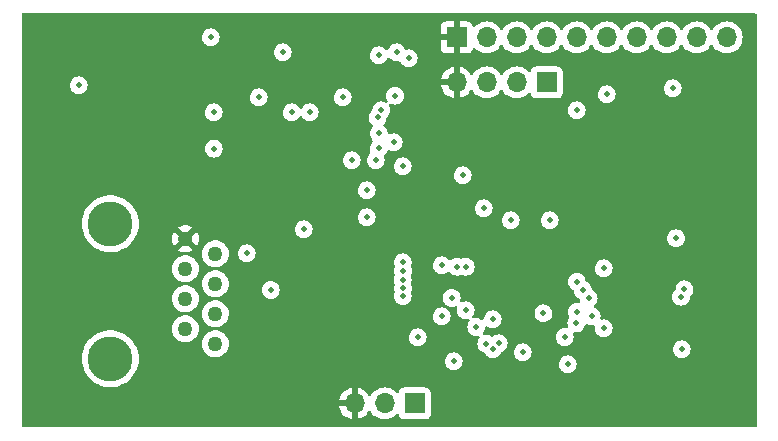
<source format=gbr>
%TF.GenerationSoftware,KiCad,Pcbnew,8.0.2*%
%TF.CreationDate,2024-05-12T14:55:06-05:00*%
%TF.ProjectId,GP2040-RE,47503230-3430-42d5-9245-2e6b69636164,rev?*%
%TF.SameCoordinates,Original*%
%TF.FileFunction,Copper,L2,Inr*%
%TF.FilePolarity,Positive*%
%FSLAX46Y46*%
G04 Gerber Fmt 4.6, Leading zero omitted, Abs format (unit mm)*
G04 Created by KiCad (PCBNEW 8.0.2) date 2024-05-12 14:55:06*
%MOMM*%
%LPD*%
G01*
G04 APERTURE LIST*
%TA.AperFunction,ComponentPad*%
%ADD10R,1.700000X1.700000*%
%TD*%
%TA.AperFunction,ComponentPad*%
%ADD11O,1.700000X1.700000*%
%TD*%
%TA.AperFunction,ComponentPad*%
%ADD12C,1.270000*%
%TD*%
%TA.AperFunction,ComponentPad*%
%ADD13C,3.810000*%
%TD*%
%TA.AperFunction,ViaPad*%
%ADD14C,0.508000*%
%TD*%
G04 APERTURE END LIST*
D10*
%TO.N,VBUS*%
%TO.C,J4*%
X82042000Y-54356000D03*
D11*
%TO.N,/D-*%
X79502000Y-54356000D03*
%TO.N,/D+*%
X76962000Y-54356000D03*
%TO.N,GND*%
X74422000Y-54356000D03*
%TD*%
D10*
%TO.N,GND*%
%TO.C,J8*%
X74427000Y-50546000D03*
D11*
%TO.N,Net-(J8-Pin_2)*%
X76967000Y-50546000D03*
%TO.N,unconnected-(J8-Pin_3-Pad3)*%
X79507000Y-50546000D03*
%TO.N,/OCS*%
X82047000Y-50546000D03*
%TO.N,/RESET*%
X84587000Y-50546000D03*
%TO.N,/Data_Command*%
X87127000Y-50546000D03*
%TO.N,/SPI1_SCK*%
X89667000Y-50546000D03*
%TO.N,/SPI1_TX_MOSI*%
X92207000Y-50546000D03*
%TO.N,/SPI1_RX_MISO*%
X94747000Y-50546000D03*
%TO.N,unconnected-(J8-Pin_10-Pad10)*%
X97287000Y-50546000D03*
%TD*%
D12*
%TO.N,GND*%
%TO.C,J7*%
X51447700Y-67589300D03*
%TO.N,/OrangeSolid*%
X53987700Y-68859300D03*
%TO.N,/GreenStripe*%
X51447700Y-70129300D03*
%TO.N,/BlueSolid*%
X53987700Y-71399300D03*
%TO.N,/BlueStripe*%
X51447700Y-72669300D03*
%TO.N,/GreenSolid*%
X53987700Y-73939300D03*
%TO.N,/BrownStripe*%
X51447700Y-75209300D03*
%TO.N,/BrownSolid*%
X53987700Y-76479300D03*
D13*
%TO.N,N/C*%
X45097700Y-66319300D03*
X45097700Y-77749300D03*
%TD*%
D10*
%TO.N,/UART_RX*%
%TO.C,J5*%
X70866000Y-81534000D03*
D11*
%TO.N,/UART_TX*%
X68326000Y-81534000D03*
%TO.N,GND*%
X65786000Y-81534000D03*
%TD*%
D14*
%TO.N,GND*%
X41910000Y-51054000D03*
X79248000Y-62484000D03*
X60960000Y-70866000D03*
X61468000Y-65786000D03*
X63754000Y-72390000D03*
X42164000Y-52578000D03*
X82042000Y-62484000D03*
X79756000Y-71882000D03*
X64770000Y-72390000D03*
X64262000Y-77470000D03*
X89662000Y-74168000D03*
X67564000Y-71882000D03*
X59944000Y-70358000D03*
X70612000Y-73406000D03*
X61468000Y-70358000D03*
X64262000Y-71882000D03*
X72136000Y-68580000D03*
X60452000Y-70358000D03*
X89408000Y-69088000D03*
X64770000Y-77978000D03*
X64770000Y-71882000D03*
X65532000Y-67818000D03*
X61468000Y-70866000D03*
X89408000Y-67564000D03*
X83312000Y-62484000D03*
X68072000Y-71882000D03*
X66040000Y-52832000D03*
X78486000Y-70612000D03*
X60960000Y-70358000D03*
X67056000Y-71120000D03*
X64770000Y-77470000D03*
X70104000Y-65024000D03*
X67564000Y-71120000D03*
X81026000Y-73152000D03*
X79248000Y-74168000D03*
X78486000Y-73152000D03*
X74930000Y-60706000D03*
X98298000Y-56134000D03*
X63754000Y-77470000D03*
X89408000Y-65786000D03*
X68072000Y-71120000D03*
X40894000Y-61214000D03*
X63754000Y-71882000D03*
X74168000Y-81534000D03*
X81280000Y-80772000D03*
X68580000Y-71120000D03*
X67056000Y-71882000D03*
X60452000Y-70866000D03*
X64262000Y-72390000D03*
X64262000Y-77978000D03*
X68580000Y-71882000D03*
X77724000Y-62484000D03*
X82804000Y-80772000D03*
X81026000Y-70612000D03*
X57658000Y-53594000D03*
X59944000Y-70866000D03*
X63754000Y-77978000D03*
%TO.N,+3.3V*%
X86868000Y-70104000D03*
X80010000Y-77216000D03*
X42418000Y-54610000D03*
X92710000Y-54864000D03*
X73152000Y-69850000D03*
X78994000Y-66040000D03*
X74930000Y-62230000D03*
X67818000Y-52070000D03*
X86868000Y-75184000D03*
X74168000Y-77978000D03*
X73152000Y-74168000D03*
X71120000Y-75946000D03*
X59690000Y-51816000D03*
X65532000Y-60960000D03*
X66802000Y-65786000D03*
X57658000Y-55626000D03*
X64770000Y-55626000D03*
%TO.N,+1V1*%
X76708000Y-65024000D03*
X82296000Y-66040000D03*
X83820000Y-78232000D03*
%TO.N,/BrownSolid*%
X73991396Y-72602699D03*
%TO.N,/InputVoltage*%
X58674000Y-71920000D03*
X61468000Y-66802000D03*
%TO.N,VBUS*%
X87122000Y-55372000D03*
X56642000Y-68834000D03*
%TO.N,/SDA_0*%
X61976000Y-56896000D03*
X83566000Y-75914800D03*
%TO.N,/SCL_0*%
X60452000Y-56896000D03*
X93002100Y-67564000D03*
%TO.N,/GreenStripe*%
X69850000Y-69596000D03*
%TO.N,/GreenSolid*%
X69877187Y-71750776D03*
%TO.N,/BlueStripe*%
X69844774Y-71063538D03*
%TO.N,/BlueSolid*%
X69862809Y-70345191D03*
%TO.N,/BrownStripe*%
X69849954Y-72436037D03*
%TO.N,/D2_gpio*%
X67818000Y-59944000D03*
X85600553Y-72651877D03*
%TO.N,/D0_gpio*%
X84582000Y-73802700D03*
X67727497Y-57324862D03*
%TO.N,/D1_gpio*%
X68042725Y-56715800D03*
X85852000Y-74142600D03*
%TO.N,/CLK_gpio*%
X84563807Y-74764900D03*
X69210999Y-55486300D03*
%TO.N,/D3_gpio*%
X85120623Y-71961299D03*
X69088000Y-59436000D03*
%TO.N,/CMD_gpio*%
X81775300Y-73914000D03*
X67818000Y-58674000D03*
%TO.N,/CD_gpio*%
X53848000Y-56896000D03*
X84582000Y-71221600D03*
X53594000Y-50546000D03*
X53848000Y-59956700D03*
X67564000Y-60960000D03*
%TO.N,/OCS*%
X77978000Y-76454000D03*
%TO.N,/Data_Command*%
X76936600Y-76477064D03*
%TO.N,/SPI1_RX_MISO*%
X75184000Y-73660000D03*
%TO.N,/SPI1_SCK*%
X77470000Y-74422000D03*
%TO.N,/SPI1_TX_MOSI*%
X76085809Y-75069809D03*
%TO.N,/RESET*%
X77470000Y-76962000D03*
%TO.N,/5V_EN*%
X66802000Y-63500000D03*
X84582000Y-56715800D03*
%TO.N,Net-(R1-Pad1)*%
X69850000Y-61468000D03*
X93472000Y-76962000D03*
%TO.N,/SCL_1*%
X69342000Y-51816000D03*
X93713300Y-71882000D03*
%TO.N,/SDA_1*%
X70358000Y-52324000D03*
X93419052Y-72501470D03*
%TO.N,/UART_TX*%
X74422000Y-69961300D03*
%TO.N,/UART_RX*%
X75184000Y-69961300D03*
%TD*%
%TA.AperFunction,Conductor*%
%TO.N,GND*%
G36*
X99772539Y-48526185D02*
G01*
X99818294Y-48578989D01*
X99829500Y-48630500D01*
X99829500Y-83449500D01*
X99809815Y-83516539D01*
X99757011Y-83562294D01*
X99705500Y-83573500D01*
X37708500Y-83573500D01*
X37641461Y-83553815D01*
X37595706Y-83501011D01*
X37584500Y-83449500D01*
X37584500Y-81283999D01*
X64455364Y-81283999D01*
X64455364Y-81284000D01*
X65352988Y-81284000D01*
X65320075Y-81341007D01*
X65286000Y-81468174D01*
X65286000Y-81599826D01*
X65320075Y-81726993D01*
X65352988Y-81784000D01*
X64455364Y-81784000D01*
X64512567Y-81997486D01*
X64512570Y-81997492D01*
X64612399Y-82211578D01*
X64747894Y-82405082D01*
X64914917Y-82572105D01*
X65108421Y-82707600D01*
X65322507Y-82807429D01*
X65322516Y-82807433D01*
X65536000Y-82864634D01*
X65536000Y-81967012D01*
X65593007Y-81999925D01*
X65720174Y-82034000D01*
X65851826Y-82034000D01*
X65978993Y-81999925D01*
X66036000Y-81967012D01*
X66036000Y-82864633D01*
X66249483Y-82807433D01*
X66249492Y-82807429D01*
X66463578Y-82707600D01*
X66657082Y-82572105D01*
X66824105Y-82405082D01*
X66954119Y-82219405D01*
X67008696Y-82175781D01*
X67078195Y-82168588D01*
X67140549Y-82200110D01*
X67157269Y-82219405D01*
X67287505Y-82405401D01*
X67454599Y-82572495D01*
X67551384Y-82640265D01*
X67648165Y-82708032D01*
X67648167Y-82708033D01*
X67648170Y-82708035D01*
X67862337Y-82807903D01*
X68090592Y-82869063D01*
X68267034Y-82884500D01*
X68325999Y-82889659D01*
X68326000Y-82889659D01*
X68326001Y-82889659D01*
X68384966Y-82884500D01*
X68561408Y-82869063D01*
X68789663Y-82807903D01*
X69003830Y-82708035D01*
X69197401Y-82572495D01*
X69319329Y-82450566D01*
X69380648Y-82417084D01*
X69450340Y-82422068D01*
X69506274Y-82463939D01*
X69523189Y-82494917D01*
X69572202Y-82626328D01*
X69572206Y-82626335D01*
X69658452Y-82741544D01*
X69658455Y-82741547D01*
X69773664Y-82827793D01*
X69773671Y-82827797D01*
X69908517Y-82878091D01*
X69908516Y-82878091D01*
X69915444Y-82878835D01*
X69968127Y-82884500D01*
X71763872Y-82884499D01*
X71823483Y-82878091D01*
X71958331Y-82827796D01*
X72073546Y-82741546D01*
X72159796Y-82626331D01*
X72210091Y-82491483D01*
X72216500Y-82431873D01*
X72216499Y-80636128D01*
X72210091Y-80576517D01*
X72208810Y-80573083D01*
X72159797Y-80441671D01*
X72159793Y-80441664D01*
X72073547Y-80326455D01*
X72073544Y-80326452D01*
X71958335Y-80240206D01*
X71958328Y-80240202D01*
X71823482Y-80189908D01*
X71823483Y-80189908D01*
X71763883Y-80183501D01*
X71763881Y-80183500D01*
X71763873Y-80183500D01*
X71763864Y-80183500D01*
X69968129Y-80183500D01*
X69968123Y-80183501D01*
X69908516Y-80189908D01*
X69773671Y-80240202D01*
X69773664Y-80240206D01*
X69658455Y-80326452D01*
X69658452Y-80326455D01*
X69572206Y-80441664D01*
X69572203Y-80441669D01*
X69523189Y-80573083D01*
X69481317Y-80629016D01*
X69415853Y-80653433D01*
X69347580Y-80638581D01*
X69319326Y-80617430D01*
X69197402Y-80495506D01*
X69197395Y-80495501D01*
X69003834Y-80359967D01*
X69003830Y-80359965D01*
X69003828Y-80359964D01*
X68789663Y-80260097D01*
X68789659Y-80260096D01*
X68789655Y-80260094D01*
X68561413Y-80198938D01*
X68561403Y-80198936D01*
X68326001Y-80178341D01*
X68325999Y-80178341D01*
X68090596Y-80198936D01*
X68090586Y-80198938D01*
X67862344Y-80260094D01*
X67862335Y-80260098D01*
X67648171Y-80359964D01*
X67648169Y-80359965D01*
X67454597Y-80495505D01*
X67287508Y-80662594D01*
X67157269Y-80848595D01*
X67102692Y-80892219D01*
X67033193Y-80899412D01*
X66970839Y-80867890D01*
X66954119Y-80848594D01*
X66824113Y-80662926D01*
X66824108Y-80662920D01*
X66657082Y-80495894D01*
X66463578Y-80360399D01*
X66249492Y-80260570D01*
X66249486Y-80260567D01*
X66036000Y-80203364D01*
X66036000Y-81100988D01*
X65978993Y-81068075D01*
X65851826Y-81034000D01*
X65720174Y-81034000D01*
X65593007Y-81068075D01*
X65536000Y-81100988D01*
X65536000Y-80203364D01*
X65535999Y-80203364D01*
X65322513Y-80260567D01*
X65322507Y-80260570D01*
X65108422Y-80360399D01*
X65108420Y-80360400D01*
X64914926Y-80495886D01*
X64914920Y-80495891D01*
X64747891Y-80662920D01*
X64747886Y-80662926D01*
X64612400Y-80856420D01*
X64612399Y-80856422D01*
X64512570Y-81070507D01*
X64512567Y-81070513D01*
X64455364Y-81283999D01*
X37584500Y-81283999D01*
X37584500Y-77749294D01*
X42687444Y-77749294D01*
X42687444Y-77749305D01*
X42706448Y-78051374D01*
X42706449Y-78051381D01*
X42763168Y-78348710D01*
X42832288Y-78561439D01*
X42856701Y-78636574D01*
X42985577Y-78910450D01*
X42985579Y-78910453D01*
X42985580Y-78910455D01*
X43147758Y-79166008D01*
X43147761Y-79166012D01*
X43147762Y-79166013D01*
X43340699Y-79399234D01*
X43561343Y-79606432D01*
X43561353Y-79606440D01*
X43806208Y-79784338D01*
X43806213Y-79784340D01*
X43806220Y-79784346D01*
X44071463Y-79930165D01*
X44071468Y-79930167D01*
X44071470Y-79930168D01*
X44071471Y-79930169D01*
X44352886Y-80041589D01*
X44352889Y-80041590D01*
X44646059Y-80116863D01*
X44646063Y-80116864D01*
X44709060Y-80124822D01*
X44946347Y-80154799D01*
X44946356Y-80154799D01*
X44946359Y-80154800D01*
X44946361Y-80154800D01*
X45249039Y-80154800D01*
X45249041Y-80154800D01*
X45249044Y-80154799D01*
X45249052Y-80154799D01*
X45428239Y-80132162D01*
X45549337Y-80116864D01*
X45842510Y-80041590D01*
X45842513Y-80041589D01*
X46123928Y-79930169D01*
X46123929Y-79930168D01*
X46123927Y-79930168D01*
X46123937Y-79930165D01*
X46389180Y-79784346D01*
X46634055Y-79606434D01*
X46854701Y-79399234D01*
X47047638Y-79166013D01*
X47209823Y-78910450D01*
X47338699Y-78636574D01*
X47432233Y-78348706D01*
X47488950Y-78051385D01*
X47493567Y-77978000D01*
X47493567Y-77977997D01*
X73408726Y-77977997D01*
X73408726Y-77978002D01*
X73427761Y-78146951D01*
X73483919Y-78307439D01*
X73542677Y-78400951D01*
X73574376Y-78451400D01*
X73694600Y-78571624D01*
X73838563Y-78662082D01*
X73960521Y-78704756D01*
X73999048Y-78718238D01*
X74167997Y-78737274D01*
X74168000Y-78737274D01*
X74168003Y-78737274D01*
X74336951Y-78718238D01*
X74336954Y-78718237D01*
X74497437Y-78662082D01*
X74641400Y-78571624D01*
X74761624Y-78451400D01*
X74852082Y-78307437D01*
X74878479Y-78231997D01*
X83060726Y-78231997D01*
X83060726Y-78232002D01*
X83079761Y-78400951D01*
X83122437Y-78522912D01*
X83135918Y-78561437D01*
X83226376Y-78705400D01*
X83346600Y-78825624D01*
X83490563Y-78916082D01*
X83612521Y-78958756D01*
X83651048Y-78972238D01*
X83819997Y-78991274D01*
X83820000Y-78991274D01*
X83820003Y-78991274D01*
X83988951Y-78972238D01*
X83988954Y-78972237D01*
X84149437Y-78916082D01*
X84293400Y-78825624D01*
X84413624Y-78705400D01*
X84504082Y-78561437D01*
X84560237Y-78400954D01*
X84560237Y-78400953D01*
X84560238Y-78400951D01*
X84579274Y-78232002D01*
X84579274Y-78231997D01*
X84560238Y-78063048D01*
X84529524Y-77975274D01*
X84504082Y-77902563D01*
X84413624Y-77758600D01*
X84293400Y-77638376D01*
X84255879Y-77614800D01*
X84149439Y-77547919D01*
X84149438Y-77547918D01*
X84149437Y-77547918D01*
X84110912Y-77534437D01*
X83988951Y-77491761D01*
X83820003Y-77472726D01*
X83819997Y-77472726D01*
X83651048Y-77491761D01*
X83490560Y-77547919D01*
X83346599Y-77638376D01*
X83226376Y-77758599D01*
X83135919Y-77902560D01*
X83079761Y-78063048D01*
X83060726Y-78231997D01*
X74878479Y-78231997D01*
X74908237Y-78146954D01*
X74908237Y-78146953D01*
X74908238Y-78146951D01*
X74927274Y-77978002D01*
X74927274Y-77977997D01*
X74908238Y-77809048D01*
X74877524Y-77721274D01*
X74852082Y-77648563D01*
X74761624Y-77504600D01*
X74641400Y-77384376D01*
X74497437Y-77293918D01*
X74430815Y-77270606D01*
X74336951Y-77237761D01*
X74168003Y-77218726D01*
X74167997Y-77218726D01*
X73999048Y-77237761D01*
X73838560Y-77293919D01*
X73694599Y-77384376D01*
X73574376Y-77504599D01*
X73483919Y-77648560D01*
X73427761Y-77809048D01*
X73408726Y-77977997D01*
X47493567Y-77977997D01*
X47507956Y-77749305D01*
X47507956Y-77749294D01*
X47488951Y-77447225D01*
X47488950Y-77447218D01*
X47488950Y-77447215D01*
X47432233Y-77149894D01*
X47338699Y-76862026D01*
X47209823Y-76588150D01*
X47140744Y-76479299D01*
X52847335Y-76479299D01*
X52847335Y-76479300D01*
X52866751Y-76688837D01*
X52866751Y-76688839D01*
X52866752Y-76688842D01*
X52923008Y-76886563D01*
X52924342Y-76891250D01*
X53001920Y-77047046D01*
X53018142Y-77079625D01*
X53137562Y-77237763D01*
X53144961Y-77247560D01*
X53300476Y-77389330D01*
X53300478Y-77389332D01*
X53479392Y-77500111D01*
X53479398Y-77500114D01*
X53490978Y-77504600D01*
X53675624Y-77576132D01*
X53882480Y-77614800D01*
X53882482Y-77614800D01*
X54092918Y-77614800D01*
X54092920Y-77614800D01*
X54299776Y-77576132D01*
X54496004Y-77500113D01*
X54674923Y-77389331D01*
X54830440Y-77247559D01*
X54957258Y-77079625D01*
X55051059Y-76891247D01*
X55108648Y-76688842D01*
X55128065Y-76479300D01*
X55108648Y-76269758D01*
X55051059Y-76067353D01*
X54990631Y-75945997D01*
X70360726Y-75945997D01*
X70360726Y-75946002D01*
X70379761Y-76114951D01*
X70417136Y-76221761D01*
X70433932Y-76269762D01*
X70435919Y-76275439D01*
X70455205Y-76306132D01*
X70526376Y-76419400D01*
X70646600Y-76539624D01*
X70790563Y-76630082D01*
X70912521Y-76672756D01*
X70951048Y-76686238D01*
X71119997Y-76705274D01*
X71120000Y-76705274D01*
X71120003Y-76705274D01*
X71288951Y-76686238D01*
X71288954Y-76686237D01*
X71449437Y-76630082D01*
X71593400Y-76539624D01*
X71713624Y-76419400D01*
X71804082Y-76275437D01*
X71860237Y-76114954D01*
X71860237Y-76114953D01*
X71860238Y-76114951D01*
X71879274Y-75946002D01*
X71879274Y-75945997D01*
X71860238Y-75777048D01*
X71844980Y-75733445D01*
X71804082Y-75616563D01*
X71713624Y-75472600D01*
X71593400Y-75352376D01*
X71449437Y-75261918D01*
X71410912Y-75248437D01*
X71288951Y-75205761D01*
X71120003Y-75186726D01*
X71119997Y-75186726D01*
X70951048Y-75205761D01*
X70790560Y-75261919D01*
X70646599Y-75352376D01*
X70526376Y-75472599D01*
X70435919Y-75616560D01*
X70379761Y-75777048D01*
X70360726Y-75945997D01*
X54990631Y-75945997D01*
X54957258Y-75878975D01*
X54830440Y-75711041D01*
X54771598Y-75657400D01*
X54674923Y-75569269D01*
X54674921Y-75569267D01*
X54496007Y-75458488D01*
X54496001Y-75458485D01*
X54341348Y-75398573D01*
X54299776Y-75382468D01*
X54092920Y-75343800D01*
X53882480Y-75343800D01*
X53675624Y-75382468D01*
X53675621Y-75382468D01*
X53675621Y-75382469D01*
X53479398Y-75458485D01*
X53479392Y-75458488D01*
X53300478Y-75569267D01*
X53300476Y-75569269D01*
X53144961Y-75711039D01*
X53018142Y-75878974D01*
X52924342Y-76067349D01*
X52866751Y-76269762D01*
X52847335Y-76479299D01*
X47140744Y-76479299D01*
X47082931Y-76388200D01*
X47047641Y-76332591D01*
X47047638Y-76332587D01*
X46854701Y-76099366D01*
X46634055Y-75892166D01*
X46634052Y-75892164D01*
X46634046Y-75892159D01*
X46389191Y-75714261D01*
X46389184Y-75714256D01*
X46389180Y-75714254D01*
X46123937Y-75568435D01*
X46123934Y-75568433D01*
X46123929Y-75568431D01*
X46123928Y-75568430D01*
X45842513Y-75457010D01*
X45842510Y-75457009D01*
X45549340Y-75381736D01*
X45549327Y-75381734D01*
X45249052Y-75343800D01*
X45249041Y-75343800D01*
X44946359Y-75343800D01*
X44946347Y-75343800D01*
X44646072Y-75381734D01*
X44646059Y-75381736D01*
X44352889Y-75457009D01*
X44352886Y-75457010D01*
X44071471Y-75568430D01*
X44071470Y-75568431D01*
X43806220Y-75714254D01*
X43806208Y-75714261D01*
X43561353Y-75892159D01*
X43561343Y-75892167D01*
X43374789Y-76067353D01*
X43340699Y-76099366D01*
X43324183Y-76119331D01*
X43147758Y-76332591D01*
X42985580Y-76588144D01*
X42985577Y-76588148D01*
X42985577Y-76588150D01*
X42893682Y-76783437D01*
X42856700Y-76862028D01*
X42763168Y-77149889D01*
X42706449Y-77447218D01*
X42706448Y-77447225D01*
X42687444Y-77749294D01*
X37584500Y-77749294D01*
X37584500Y-75209299D01*
X50307335Y-75209299D01*
X50307335Y-75209300D01*
X50326751Y-75418837D01*
X50326751Y-75418839D01*
X50326752Y-75418842D01*
X50383008Y-75616563D01*
X50384342Y-75621250D01*
X50434207Y-75721391D01*
X50478142Y-75809625D01*
X50604960Y-75977559D01*
X50721447Y-76083751D01*
X50760476Y-76119330D01*
X50760478Y-76119332D01*
X50939392Y-76230111D01*
X50939398Y-76230114D01*
X50975854Y-76244237D01*
X51135624Y-76306132D01*
X51342480Y-76344800D01*
X51342482Y-76344800D01*
X51552918Y-76344800D01*
X51552920Y-76344800D01*
X51759776Y-76306132D01*
X51956004Y-76230113D01*
X52134923Y-76119331D01*
X52290440Y-75977559D01*
X52417258Y-75809625D01*
X52511059Y-75621247D01*
X52568648Y-75418842D01*
X52588065Y-75209300D01*
X52568648Y-74999758D01*
X52511059Y-74797353D01*
X52417258Y-74608975D01*
X52290440Y-74441041D01*
X52289562Y-74440241D01*
X52134923Y-74299269D01*
X52134921Y-74299267D01*
X51956007Y-74188488D01*
X51956001Y-74188485D01*
X51801348Y-74128573D01*
X51759776Y-74112468D01*
X51552920Y-74073800D01*
X51342480Y-74073800D01*
X51135624Y-74112468D01*
X51135621Y-74112468D01*
X51135621Y-74112469D01*
X50939398Y-74188485D01*
X50939392Y-74188488D01*
X50760478Y-74299267D01*
X50760476Y-74299269D01*
X50604961Y-74441039D01*
X50478142Y-74608974D01*
X50384342Y-74797349D01*
X50326751Y-74999762D01*
X50307335Y-75209299D01*
X37584500Y-75209299D01*
X37584500Y-73939299D01*
X52847335Y-73939299D01*
X52847335Y-73939300D01*
X52866751Y-74148837D01*
X52866751Y-74148839D01*
X52866752Y-74148842D01*
X52924341Y-74351247D01*
X52924342Y-74351250D01*
X53018142Y-74539625D01*
X53144961Y-74707560D01*
X53300476Y-74849330D01*
X53300478Y-74849332D01*
X53479392Y-74960111D01*
X53479398Y-74960114D01*
X53520968Y-74976218D01*
X53675624Y-75036132D01*
X53882480Y-75074800D01*
X53882482Y-75074800D01*
X54092918Y-75074800D01*
X54092920Y-75074800D01*
X54299776Y-75036132D01*
X54496004Y-74960113D01*
X54674923Y-74849331D01*
X54830440Y-74707559D01*
X54957258Y-74539625D01*
X55051059Y-74351247D01*
X55103198Y-74167997D01*
X72392726Y-74167997D01*
X72392726Y-74168002D01*
X72411761Y-74336951D01*
X72448184Y-74441041D01*
X72458099Y-74469377D01*
X72467919Y-74497439D01*
X72529815Y-74595946D01*
X72558376Y-74641400D01*
X72678600Y-74761624D01*
X72822563Y-74852082D01*
X72920519Y-74886358D01*
X72983048Y-74908238D01*
X73151997Y-74927274D01*
X73152000Y-74927274D01*
X73152003Y-74927274D01*
X73320951Y-74908238D01*
X73320954Y-74908237D01*
X73481437Y-74852082D01*
X73625400Y-74761624D01*
X73745624Y-74641400D01*
X73836082Y-74497437D01*
X73892237Y-74336954D01*
X73892237Y-74336953D01*
X73892238Y-74336951D01*
X73911274Y-74168002D01*
X73911274Y-74167997D01*
X73892238Y-73999048D01*
X73862477Y-73913997D01*
X73836082Y-73838563D01*
X73745624Y-73694600D01*
X73625400Y-73574376D01*
X73584976Y-73548976D01*
X73481439Y-73483919D01*
X73481438Y-73483918D01*
X73481437Y-73483918D01*
X73442912Y-73470437D01*
X73320951Y-73427761D01*
X73152003Y-73408726D01*
X73151997Y-73408726D01*
X72983048Y-73427761D01*
X72822560Y-73483919D01*
X72678599Y-73574376D01*
X72558376Y-73694599D01*
X72467919Y-73838560D01*
X72411761Y-73999048D01*
X72392726Y-74167997D01*
X55103198Y-74167997D01*
X55108648Y-74148842D01*
X55128065Y-73939300D01*
X55108648Y-73729758D01*
X55051059Y-73527353D01*
X54957258Y-73338975D01*
X54830440Y-73171041D01*
X54674923Y-73029269D01*
X54674921Y-73029267D01*
X54496007Y-72918488D01*
X54496001Y-72918485D01*
X54341348Y-72858573D01*
X54299776Y-72842468D01*
X54092920Y-72803800D01*
X53882480Y-72803800D01*
X53675624Y-72842468D01*
X53675621Y-72842468D01*
X53675621Y-72842469D01*
X53479398Y-72918485D01*
X53479392Y-72918488D01*
X53300478Y-73029267D01*
X53300476Y-73029269D01*
X53144961Y-73171039D01*
X53018142Y-73338974D01*
X52924342Y-73527349D01*
X52924341Y-73527353D01*
X52883983Y-73669199D01*
X52866751Y-73729762D01*
X52847335Y-73939299D01*
X37584500Y-73939299D01*
X37584500Y-72669299D01*
X50307335Y-72669299D01*
X50307335Y-72669300D01*
X50326751Y-72878837D01*
X50326751Y-72878839D01*
X50326752Y-72878842D01*
X50369663Y-73029660D01*
X50384342Y-73081250D01*
X50464241Y-73241708D01*
X50478142Y-73269625D01*
X50597562Y-73427763D01*
X50604961Y-73437560D01*
X50760476Y-73579330D01*
X50760478Y-73579332D01*
X50939392Y-73690111D01*
X50939398Y-73690114D01*
X50950978Y-73694600D01*
X51135624Y-73766132D01*
X51342480Y-73804800D01*
X51342482Y-73804800D01*
X51552918Y-73804800D01*
X51552920Y-73804800D01*
X51759776Y-73766132D01*
X51956004Y-73690113D01*
X52134923Y-73579331D01*
X52290440Y-73437559D01*
X52417258Y-73269625D01*
X52511059Y-73081247D01*
X52568648Y-72878842D01*
X52588065Y-72669300D01*
X52568648Y-72459758D01*
X52511059Y-72257353D01*
X52417258Y-72068975D01*
X52290440Y-71901041D01*
X52261955Y-71875074D01*
X52134923Y-71759269D01*
X52134921Y-71759267D01*
X51956007Y-71648488D01*
X51956001Y-71648485D01*
X51801348Y-71588573D01*
X51759776Y-71572468D01*
X51552920Y-71533800D01*
X51342480Y-71533800D01*
X51135624Y-71572468D01*
X51135621Y-71572468D01*
X51135621Y-71572469D01*
X50939398Y-71648485D01*
X50939392Y-71648488D01*
X50760478Y-71759267D01*
X50760476Y-71759269D01*
X50604961Y-71901039D01*
X50478142Y-72068974D01*
X50384342Y-72257349D01*
X50326751Y-72459762D01*
X50307335Y-72669299D01*
X37584500Y-72669299D01*
X37584500Y-71399299D01*
X52847335Y-71399299D01*
X52847335Y-71399300D01*
X52866751Y-71608837D01*
X52866751Y-71608839D01*
X52866752Y-71608842D01*
X52909552Y-71759269D01*
X52924342Y-71811250D01*
X53018142Y-71999625D01*
X53116067Y-72129299D01*
X53144961Y-72167560D01*
X53193092Y-72211437D01*
X53254138Y-72267088D01*
X53300476Y-72309330D01*
X53300478Y-72309332D01*
X53479392Y-72420111D01*
X53479398Y-72420114D01*
X53514584Y-72433745D01*
X53675624Y-72496132D01*
X53882480Y-72534800D01*
X53882482Y-72534800D01*
X54092918Y-72534800D01*
X54092920Y-72534800D01*
X54299776Y-72496132D01*
X54496004Y-72420113D01*
X54674923Y-72309331D01*
X54830440Y-72167559D01*
X54957258Y-71999625D01*
X54996908Y-71919997D01*
X57914726Y-71919997D01*
X57914726Y-71920002D01*
X57933761Y-72088951D01*
X57989919Y-72249439D01*
X58035787Y-72322437D01*
X58080376Y-72393400D01*
X58200600Y-72513624D01*
X58344563Y-72604082D01*
X58462590Y-72645381D01*
X58505048Y-72660238D01*
X58673997Y-72679274D01*
X58674000Y-72679274D01*
X58674003Y-72679274D01*
X58842951Y-72660238D01*
X58842954Y-72660237D01*
X59003437Y-72604082D01*
X59147400Y-72513624D01*
X59267624Y-72393400D01*
X59358082Y-72249437D01*
X59414237Y-72088954D01*
X59414237Y-72088953D01*
X59414238Y-72088951D01*
X59433274Y-71920002D01*
X59433274Y-71919997D01*
X59414238Y-71751048D01*
X59394626Y-71695000D01*
X59358082Y-71590563D01*
X59267624Y-71446600D01*
X59147400Y-71326376D01*
X59140337Y-71321938D01*
X59003439Y-71235919D01*
X59003438Y-71235918D01*
X59003437Y-71235918D01*
X58962510Y-71221597D01*
X58842951Y-71179761D01*
X58674003Y-71160726D01*
X58673997Y-71160726D01*
X58505048Y-71179761D01*
X58344560Y-71235919D01*
X58200599Y-71326376D01*
X58080376Y-71446599D01*
X57989919Y-71590560D01*
X57933761Y-71751048D01*
X57914726Y-71919997D01*
X54996908Y-71919997D01*
X55051059Y-71811247D01*
X55108648Y-71608842D01*
X55128065Y-71399300D01*
X55108648Y-71189758D01*
X55072735Y-71063535D01*
X69085500Y-71063535D01*
X69085500Y-71063540D01*
X69104535Y-71232489D01*
X69160692Y-71392975D01*
X69162929Y-71397620D01*
X69174279Y-71466562D01*
X69168249Y-71492373D01*
X69136949Y-71581823D01*
X69117913Y-71750773D01*
X69117913Y-71750778D01*
X69136948Y-71919725D01*
X69136949Y-71919729D01*
X69170028Y-72014264D01*
X69173589Y-72084043D01*
X69167934Y-72099944D01*
X69168172Y-72100028D01*
X69109715Y-72267085D01*
X69090680Y-72436034D01*
X69090680Y-72436039D01*
X69109715Y-72604988D01*
X69165873Y-72765476D01*
X69256330Y-72909437D01*
X69376554Y-73029661D01*
X69520517Y-73120119D01*
X69619419Y-73154726D01*
X69681002Y-73176275D01*
X69849951Y-73195311D01*
X69849954Y-73195311D01*
X69849957Y-73195311D01*
X70018905Y-73176275D01*
X70026084Y-73173763D01*
X70179391Y-73120119D01*
X70323354Y-73029661D01*
X70443578Y-72909437D01*
X70534036Y-72765474D01*
X70590191Y-72604991D01*
X70590191Y-72604990D01*
X70590192Y-72604988D01*
X70590450Y-72602696D01*
X73232122Y-72602696D01*
X73232122Y-72602701D01*
X73251157Y-72771650D01*
X73288664Y-72878837D01*
X73302538Y-72918488D01*
X73307315Y-72932138D01*
X73338216Y-72981316D01*
X73397772Y-73076099D01*
X73517996Y-73196323D01*
X73661959Y-73286781D01*
X73757969Y-73320376D01*
X73822444Y-73342937D01*
X73991393Y-73361973D01*
X73991396Y-73361973D01*
X73991399Y-73361973D01*
X74160350Y-73342936D01*
X74160352Y-73342936D01*
X74299322Y-73294308D01*
X74369101Y-73290746D01*
X74429728Y-73325474D01*
X74461956Y-73387468D01*
X74457319Y-73452303D01*
X74443762Y-73491047D01*
X74424726Y-73659997D01*
X74424726Y-73660002D01*
X74443761Y-73828951D01*
X74473522Y-73914002D01*
X74493694Y-73971651D01*
X74499919Y-73989439D01*
X74564716Y-74092563D01*
X74590376Y-74133400D01*
X74710600Y-74253624D01*
X74854563Y-74344082D01*
X74973581Y-74385728D01*
X75015048Y-74400238D01*
X75183997Y-74419274D01*
X75184000Y-74419274D01*
X75184003Y-74419274D01*
X75352951Y-74400238D01*
X75352954Y-74400237D01*
X75356800Y-74398890D01*
X75359447Y-74398755D01*
X75359744Y-74398688D01*
X75359755Y-74398739D01*
X75426578Y-74395325D01*
X75487208Y-74430050D01*
X75519439Y-74492041D01*
X75513039Y-74561617D01*
X75494715Y-74593236D01*
X75492186Y-74596407D01*
X75401728Y-74740369D01*
X75345570Y-74900857D01*
X75326535Y-75069806D01*
X75326535Y-75069811D01*
X75345570Y-75238760D01*
X75401728Y-75399248D01*
X75490626Y-75540728D01*
X75492185Y-75543209D01*
X75612409Y-75663433D01*
X75756372Y-75753891D01*
X75878330Y-75796565D01*
X75916857Y-75810047D01*
X76085806Y-75829083D01*
X76085809Y-75829083D01*
X76085811Y-75829083D01*
X76147371Y-75822146D01*
X76224754Y-75813427D01*
X76293576Y-75825481D01*
X76344955Y-75872830D01*
X76362580Y-75940440D01*
X76343632Y-76002619D01*
X76252519Y-76147624D01*
X76196361Y-76308112D01*
X76177326Y-76477061D01*
X76177326Y-76477066D01*
X76196361Y-76646015D01*
X76217097Y-76705274D01*
X76252518Y-76806501D01*
X76342976Y-76950464D01*
X76463200Y-77070688D01*
X76548351Y-77124192D01*
X76589255Y-77149894D01*
X76607163Y-77161146D01*
X76702543Y-77194520D01*
X76759318Y-77235242D01*
X76778629Y-77270606D01*
X76785918Y-77291438D01*
X76785919Y-77291439D01*
X76876376Y-77435400D01*
X76996600Y-77555624D01*
X77140563Y-77646082D01*
X77262521Y-77688756D01*
X77301048Y-77702238D01*
X77469997Y-77721274D01*
X77470000Y-77721274D01*
X77470003Y-77721274D01*
X77638951Y-77702238D01*
X77638954Y-77702237D01*
X77799437Y-77646082D01*
X77943400Y-77555624D01*
X78063624Y-77435400D01*
X78154082Y-77291437D01*
X78174110Y-77234198D01*
X78187164Y-77215997D01*
X79250726Y-77215997D01*
X79250726Y-77216002D01*
X79269761Y-77384951D01*
X79325919Y-77545439D01*
X79390716Y-77648563D01*
X79416376Y-77689400D01*
X79536600Y-77809624D01*
X79680563Y-77900082D01*
X79802521Y-77942756D01*
X79841048Y-77956238D01*
X80009997Y-77975274D01*
X80010000Y-77975274D01*
X80010003Y-77975274D01*
X80178951Y-77956238D01*
X80178954Y-77956237D01*
X80339437Y-77900082D01*
X80483400Y-77809624D01*
X80603624Y-77689400D01*
X80694082Y-77545437D01*
X80750237Y-77384954D01*
X80750237Y-77384953D01*
X80750238Y-77384951D01*
X80769274Y-77216002D01*
X80769274Y-77215997D01*
X80750238Y-77047048D01*
X80720477Y-76961997D01*
X92712726Y-76961997D01*
X92712726Y-76962002D01*
X92731761Y-77130951D01*
X92787919Y-77291439D01*
X92878376Y-77435400D01*
X92998600Y-77555624D01*
X93142563Y-77646082D01*
X93264521Y-77688756D01*
X93303048Y-77702238D01*
X93471997Y-77721274D01*
X93472000Y-77721274D01*
X93472003Y-77721274D01*
X93640951Y-77702238D01*
X93640954Y-77702237D01*
X93801437Y-77646082D01*
X93945400Y-77555624D01*
X94065624Y-77435400D01*
X94156082Y-77291437D01*
X94212237Y-77130954D01*
X94212237Y-77130953D01*
X94212238Y-77130951D01*
X94231274Y-76962002D01*
X94231274Y-76961997D01*
X94212238Y-76793048D01*
X94181524Y-76705274D01*
X94156082Y-76632563D01*
X94065624Y-76488600D01*
X93945400Y-76368376D01*
X93888442Y-76332587D01*
X93801439Y-76277919D01*
X93801438Y-76277918D01*
X93801437Y-76277918D01*
X93762912Y-76264437D01*
X93640951Y-76221761D01*
X93472003Y-76202726D01*
X93471997Y-76202726D01*
X93303048Y-76221761D01*
X93142560Y-76277919D01*
X92998599Y-76368376D01*
X92878376Y-76488599D01*
X92787919Y-76632560D01*
X92731761Y-76793048D01*
X92712726Y-76961997D01*
X80720477Y-76961997D01*
X80694082Y-76886563D01*
X80603624Y-76742600D01*
X80483400Y-76622376D01*
X80351701Y-76539624D01*
X80339439Y-76531919D01*
X80339438Y-76531918D01*
X80339437Y-76531918D01*
X80300912Y-76518437D01*
X80178951Y-76475761D01*
X80010003Y-76456726D01*
X80009997Y-76456726D01*
X79841048Y-76475761D01*
X79680560Y-76531919D01*
X79536599Y-76622376D01*
X79416376Y-76742599D01*
X79325919Y-76886560D01*
X79269761Y-77047048D01*
X79250726Y-77215997D01*
X78187164Y-77215997D01*
X78214831Y-77177422D01*
X78250199Y-77158110D01*
X78307437Y-77138082D01*
X78451400Y-77047624D01*
X78571624Y-76927400D01*
X78662082Y-76783437D01*
X78718237Y-76622954D01*
X78718237Y-76622953D01*
X78718238Y-76622951D01*
X78737274Y-76454002D01*
X78737274Y-76453997D01*
X78718238Y-76285048D01*
X78703957Y-76244237D01*
X78662082Y-76124563D01*
X78571624Y-75980600D01*
X78505821Y-75914797D01*
X82806726Y-75914797D01*
X82806726Y-75914802D01*
X82825761Y-76083751D01*
X82881919Y-76244239D01*
X82945106Y-76344800D01*
X82972376Y-76388200D01*
X83092600Y-76508424D01*
X83236563Y-76598882D01*
X83332819Y-76632563D01*
X83397048Y-76655038D01*
X83565997Y-76674074D01*
X83566000Y-76674074D01*
X83566003Y-76674074D01*
X83734951Y-76655038D01*
X83734954Y-76655037D01*
X83895437Y-76598882D01*
X84039400Y-76508424D01*
X84159624Y-76388200D01*
X84250082Y-76244237D01*
X84306237Y-76083754D01*
X84306237Y-76083753D01*
X84306238Y-76083751D01*
X84325274Y-75914802D01*
X84325274Y-75914797D01*
X84306237Y-75745845D01*
X84306237Y-75745843D01*
X84280095Y-75671134D01*
X84276533Y-75601355D01*
X84311261Y-75540728D01*
X84373255Y-75508500D01*
X84411020Y-75506959D01*
X84563804Y-75524174D01*
X84563807Y-75524174D01*
X84563810Y-75524174D01*
X84732758Y-75505138D01*
X84732761Y-75505137D01*
X84893244Y-75448982D01*
X85037207Y-75358524D01*
X85157431Y-75238300D01*
X85247889Y-75094337D01*
X85304044Y-74933854D01*
X85307673Y-74901645D01*
X85334738Y-74837233D01*
X85392332Y-74797677D01*
X85462169Y-74795538D01*
X85496865Y-74810535D01*
X85522563Y-74826682D01*
X85644521Y-74869356D01*
X85683048Y-74882838D01*
X85851997Y-74901874D01*
X85852000Y-74901874D01*
X85852003Y-74901874D01*
X85989710Y-74886358D01*
X86058532Y-74898412D01*
X86109912Y-74945761D01*
X86127536Y-75013372D01*
X86126814Y-75023462D01*
X86108726Y-75183997D01*
X86108726Y-75184002D01*
X86127761Y-75352951D01*
X86164690Y-75458487D01*
X86182190Y-75508500D01*
X86183919Y-75513439D01*
X86251661Y-75621250D01*
X86274376Y-75657400D01*
X86394600Y-75777624D01*
X86538563Y-75868082D01*
X86660521Y-75910756D01*
X86699048Y-75924238D01*
X86867997Y-75943274D01*
X86868000Y-75943274D01*
X86868003Y-75943274D01*
X87036951Y-75924238D01*
X87051326Y-75919208D01*
X87197437Y-75868082D01*
X87341400Y-75777624D01*
X87461624Y-75657400D01*
X87552082Y-75513437D01*
X87608237Y-75352954D01*
X87608237Y-75352953D01*
X87608238Y-75352951D01*
X87627274Y-75184002D01*
X87627274Y-75183997D01*
X87608238Y-75015048D01*
X87594756Y-74976521D01*
X87552082Y-74854563D01*
X87461624Y-74710600D01*
X87341400Y-74590376D01*
X87295630Y-74561617D01*
X87197439Y-74499919D01*
X87197438Y-74499918D01*
X87197437Y-74499918D01*
X87158912Y-74486437D01*
X87036951Y-74443761D01*
X86868003Y-74424726D01*
X86867996Y-74424726D01*
X86730288Y-74440241D01*
X86661466Y-74428186D01*
X86610087Y-74380837D01*
X86592463Y-74313226D01*
X86593185Y-74303137D01*
X86594497Y-74291500D01*
X86608412Y-74168000D01*
X86611274Y-74142602D01*
X86611274Y-74142597D01*
X86592238Y-73973648D01*
X86571365Y-73913997D01*
X86536082Y-73813163D01*
X86445624Y-73669200D01*
X86325400Y-73548976D01*
X86290981Y-73527349D01*
X86181438Y-73458518D01*
X86130284Y-73440619D01*
X86073508Y-73399897D01*
X86047760Y-73334945D01*
X86061216Y-73266383D01*
X86083551Y-73235902D01*
X86194177Y-73125277D01*
X86284635Y-72981314D01*
X86340790Y-72820831D01*
X86340790Y-72820830D01*
X86340791Y-72820828D01*
X86359827Y-72651879D01*
X86359827Y-72651874D01*
X86342880Y-72501467D01*
X92659778Y-72501467D01*
X92659778Y-72501472D01*
X92678813Y-72670421D01*
X92688927Y-72699324D01*
X92731444Y-72820831D01*
X92734971Y-72830909D01*
X92777717Y-72898938D01*
X92825428Y-72974870D01*
X92945652Y-73095094D01*
X93089615Y-73185552D01*
X93211573Y-73228226D01*
X93250100Y-73241708D01*
X93419049Y-73260744D01*
X93419052Y-73260744D01*
X93419055Y-73260744D01*
X93588003Y-73241708D01*
X93588006Y-73241707D01*
X93748489Y-73185552D01*
X93892452Y-73095094D01*
X94012676Y-72974870D01*
X94103134Y-72830907D01*
X94159289Y-72670424D01*
X94159289Y-72670422D01*
X94159290Y-72670420D01*
X94172303Y-72554922D01*
X94175686Y-72524894D01*
X94202752Y-72460482D01*
X94211206Y-72451117D01*
X94306924Y-72355400D01*
X94397382Y-72211437D01*
X94453537Y-72050954D01*
X94453537Y-72050953D01*
X94453538Y-72050951D01*
X94472574Y-71882002D01*
X94472574Y-71881997D01*
X94453538Y-71713048D01*
X94430946Y-71648485D01*
X94397382Y-71552563D01*
X94306924Y-71408600D01*
X94186700Y-71288376D01*
X94097761Y-71232492D01*
X94042739Y-71197919D01*
X94042738Y-71197918D01*
X94042737Y-71197918D01*
X93990847Y-71179761D01*
X93882251Y-71141761D01*
X93713303Y-71122726D01*
X93713297Y-71122726D01*
X93544348Y-71141761D01*
X93383860Y-71197919D01*
X93239899Y-71288376D01*
X93119676Y-71408599D01*
X93029219Y-71552560D01*
X92973061Y-71713048D01*
X92956665Y-71858574D01*
X92929598Y-71922988D01*
X92921127Y-71932371D01*
X92825427Y-72028071D01*
X92734971Y-72172030D01*
X92678813Y-72332518D01*
X92659778Y-72501467D01*
X86342880Y-72501467D01*
X86340791Y-72482925D01*
X86318811Y-72420111D01*
X86284635Y-72322440D01*
X86194177Y-72178477D01*
X86073953Y-72058253D01*
X85929990Y-71967795D01*
X85929989Y-71967794D01*
X85927429Y-71966186D01*
X85881138Y-71913851D01*
X85870181Y-71875074D01*
X85860861Y-71792347D01*
X85826798Y-71695000D01*
X85804705Y-71631862D01*
X85790237Y-71608837D01*
X85754876Y-71552560D01*
X85714247Y-71487899D01*
X85594023Y-71367675D01*
X85450062Y-71277218D01*
X85450063Y-71277218D01*
X85416872Y-71265604D01*
X85360097Y-71224881D01*
X85334609Y-71162446D01*
X85322238Y-71052649D01*
X85317578Y-71039331D01*
X85266082Y-70892163D01*
X85175624Y-70748200D01*
X85055400Y-70627976D01*
X85025636Y-70609274D01*
X84911439Y-70537519D01*
X84911438Y-70537518D01*
X84911437Y-70537518D01*
X84872912Y-70524037D01*
X84750951Y-70481361D01*
X84582003Y-70462326D01*
X84581997Y-70462326D01*
X84413048Y-70481361D01*
X84252560Y-70537519D01*
X84108599Y-70627976D01*
X83988376Y-70748199D01*
X83897919Y-70892160D01*
X83841761Y-71052648D01*
X83822726Y-71221597D01*
X83822726Y-71221602D01*
X83841761Y-71390551D01*
X83897919Y-71551039D01*
X83988376Y-71695000D01*
X84108600Y-71815224D01*
X84153482Y-71843425D01*
X84252562Y-71905682D01*
X84285746Y-71917293D01*
X84342523Y-71958014D01*
X84368013Y-72020451D01*
X84380384Y-72130249D01*
X84397260Y-72178477D01*
X84424858Y-72257349D01*
X84436542Y-72290738D01*
X84456460Y-72322437D01*
X84526999Y-72434699D01*
X84647223Y-72554923D01*
X84723253Y-72602696D01*
X84793745Y-72646989D01*
X84840036Y-72699324D01*
X84850993Y-72738099D01*
X84860315Y-72820829D01*
X84887646Y-72898938D01*
X84891207Y-72968717D01*
X84856478Y-73029344D01*
X84794484Y-73061571D01*
X84756720Y-73063112D01*
X84582003Y-73043426D01*
X84581997Y-73043426D01*
X84413048Y-73062461D01*
X84252560Y-73118619D01*
X84108599Y-73209076D01*
X83988376Y-73329299D01*
X83897919Y-73473260D01*
X83841761Y-73633748D01*
X83822726Y-73802697D01*
X83822726Y-73802702D01*
X83841761Y-73971651D01*
X83897919Y-74132139D01*
X83942664Y-74203351D01*
X83961664Y-74270588D01*
X83942664Y-74335295D01*
X83879726Y-74435460D01*
X83823568Y-74595948D01*
X83804533Y-74764897D01*
X83804533Y-74764902D01*
X83823569Y-74933852D01*
X83849712Y-75008566D01*
X83853273Y-75078345D01*
X83818544Y-75138972D01*
X83756550Y-75171199D01*
X83718787Y-75172740D01*
X83566004Y-75155526D01*
X83565997Y-75155526D01*
X83397048Y-75174561D01*
X83236560Y-75230719D01*
X83092599Y-75321176D01*
X82972376Y-75441399D01*
X82881919Y-75585360D01*
X82825761Y-75745848D01*
X82806726Y-75914797D01*
X78505821Y-75914797D01*
X78451400Y-75860376D01*
X78371302Y-75810047D01*
X78307439Y-75769919D01*
X78307438Y-75769918D01*
X78307437Y-75769918D01*
X78261634Y-75753891D01*
X78146951Y-75713761D01*
X77978003Y-75694726D01*
X77977997Y-75694726D01*
X77809048Y-75713761D01*
X77648560Y-75769919D01*
X77504919Y-75860175D01*
X77437682Y-75879175D01*
X77372975Y-75860175D01*
X77266039Y-75792983D01*
X77266038Y-75792982D01*
X77266037Y-75792982D01*
X77220494Y-75777046D01*
X77105551Y-75736825D01*
X76936603Y-75717790D01*
X76936596Y-75717790D01*
X76797653Y-75733445D01*
X76728832Y-75721391D01*
X76677452Y-75674041D01*
X76659828Y-75606431D01*
X76678777Y-75544252D01*
X76679431Y-75543210D01*
X76679433Y-75543209D01*
X76769891Y-75399246D01*
X76826046Y-75238763D01*
X76826046Y-75238761D01*
X76826047Y-75238759D01*
X76833659Y-75171199D01*
X76838706Y-75126399D01*
X76865772Y-75061987D01*
X76923366Y-75022432D01*
X76993203Y-75020293D01*
X77027898Y-75035290D01*
X77140563Y-75106082D01*
X77262521Y-75148756D01*
X77301048Y-75162238D01*
X77469997Y-75181274D01*
X77470000Y-75181274D01*
X77470003Y-75181274D01*
X77638951Y-75162238D01*
X77658133Y-75155526D01*
X77799437Y-75106082D01*
X77943400Y-75015624D01*
X78063624Y-74895400D01*
X78154082Y-74751437D01*
X78210237Y-74590954D01*
X78210237Y-74590953D01*
X78210238Y-74590951D01*
X78229274Y-74422002D01*
X78229274Y-74421997D01*
X78210238Y-74253048D01*
X78187646Y-74188485D01*
X78154082Y-74092563D01*
X78063624Y-73948600D01*
X78029021Y-73913997D01*
X81016026Y-73913997D01*
X81016026Y-73914002D01*
X81035061Y-74082951D01*
X81091219Y-74243439D01*
X81177552Y-74380837D01*
X81181676Y-74387400D01*
X81301900Y-74507624D01*
X81445863Y-74598082D01*
X81567821Y-74640756D01*
X81606348Y-74654238D01*
X81775297Y-74673274D01*
X81775300Y-74673274D01*
X81775303Y-74673274D01*
X81944251Y-74654238D01*
X81944254Y-74654237D01*
X82104737Y-74598082D01*
X82248700Y-74507624D01*
X82368924Y-74387400D01*
X82459382Y-74243437D01*
X82515537Y-74082954D01*
X82515537Y-74082953D01*
X82515538Y-74082951D01*
X82534574Y-73914002D01*
X82534574Y-73913997D01*
X82515538Y-73745048D01*
X82497885Y-73694599D01*
X82459382Y-73584563D01*
X82368924Y-73440600D01*
X82248700Y-73320376D01*
X82195231Y-73286779D01*
X82104739Y-73229919D01*
X82104738Y-73229918D01*
X82104737Y-73229918D01*
X82045174Y-73209076D01*
X81944251Y-73173761D01*
X81775303Y-73154726D01*
X81775297Y-73154726D01*
X81606348Y-73173761D01*
X81445860Y-73229919D01*
X81301899Y-73320376D01*
X81181676Y-73440599D01*
X81091219Y-73584560D01*
X81035061Y-73745048D01*
X81016026Y-73913997D01*
X78029021Y-73913997D01*
X77943400Y-73828376D01*
X77902532Y-73802697D01*
X77799439Y-73737919D01*
X77799438Y-73737918D01*
X77799437Y-73737918D01*
X77760912Y-73724437D01*
X77638951Y-73681761D01*
X77470003Y-73662726D01*
X77469997Y-73662726D01*
X77301048Y-73681761D01*
X77140560Y-73737919D01*
X76996599Y-73828376D01*
X76876376Y-73948599D01*
X76785919Y-74092560D01*
X76729761Y-74253048D01*
X76717102Y-74365408D01*
X76690035Y-74429822D01*
X76632440Y-74469377D01*
X76562603Y-74471514D01*
X76527910Y-74456518D01*
X76415248Y-74385728D01*
X76415247Y-74385727D01*
X76415246Y-74385727D01*
X76376721Y-74372246D01*
X76254760Y-74329570D01*
X76085812Y-74310535D01*
X76085806Y-74310535D01*
X75916855Y-74329571D01*
X75912995Y-74330922D01*
X75910344Y-74331057D01*
X75910065Y-74331121D01*
X75910053Y-74331071D01*
X75843216Y-74334480D01*
X75782590Y-74299748D01*
X75750366Y-74237753D01*
X75756775Y-74168178D01*
X75775103Y-74136560D01*
X75777617Y-74133406D01*
X75777624Y-74133400D01*
X75868082Y-73989437D01*
X75924237Y-73828954D01*
X75924237Y-73828953D01*
X75924238Y-73828951D01*
X75943274Y-73660002D01*
X75943274Y-73659997D01*
X75924238Y-73491048D01*
X75906585Y-73440599D01*
X75868082Y-73330563D01*
X75777624Y-73186600D01*
X75657400Y-73066376D01*
X75652205Y-73063112D01*
X75513439Y-72975919D01*
X75513438Y-72975918D01*
X75513437Y-72975918D01*
X75474912Y-72962437D01*
X75352951Y-72919761D01*
X75184003Y-72900726D01*
X75183997Y-72900726D01*
X75015047Y-72919762D01*
X74876072Y-72968391D01*
X74806293Y-72971952D01*
X74745666Y-72937223D01*
X74713439Y-72875229D01*
X74718076Y-72810394D01*
X74731633Y-72771653D01*
X74750514Y-72604082D01*
X74750670Y-72602701D01*
X74750670Y-72602696D01*
X74731634Y-72433747D01*
X74696212Y-72332518D01*
X74675478Y-72273262D01*
X74585020Y-72129299D01*
X74464796Y-72009075D01*
X74361887Y-71944413D01*
X74320835Y-71918618D01*
X74320834Y-71918617D01*
X74320833Y-71918617D01*
X74282308Y-71905136D01*
X74160347Y-71862460D01*
X73991399Y-71843425D01*
X73991393Y-71843425D01*
X73822444Y-71862460D01*
X73661956Y-71918618D01*
X73517995Y-72009075D01*
X73397772Y-72129298D01*
X73307315Y-72273259D01*
X73251157Y-72433747D01*
X73232122Y-72602696D01*
X70590450Y-72602696D01*
X70609228Y-72436039D01*
X70609228Y-72436034D01*
X70590192Y-72267088D01*
X70590191Y-72267085D01*
X70590191Y-72267083D01*
X70557111Y-72172548D01*
X70553551Y-72102770D01*
X70559206Y-72086868D01*
X70558969Y-72086786D01*
X70617424Y-71919732D01*
X70617424Y-71919730D01*
X70636461Y-71750778D01*
X70636461Y-71750773D01*
X70617425Y-71581824D01*
X70598705Y-71528327D01*
X70561269Y-71421339D01*
X70561267Y-71421336D01*
X70561267Y-71421335D01*
X70559037Y-71416705D01*
X70547678Y-71347765D01*
X70553709Y-71321946D01*
X70585011Y-71232492D01*
X70586239Y-71221600D01*
X70604048Y-71063540D01*
X70604048Y-71063535D01*
X70585012Y-70894586D01*
X70551556Y-70798974D01*
X70541355Y-70769824D01*
X70537795Y-70700046D01*
X70546682Y-70675059D01*
X70546881Y-70674643D01*
X70546891Y-70674628D01*
X70588777Y-70554924D01*
X70603046Y-70514147D01*
X70603046Y-70514145D01*
X70622083Y-70345193D01*
X70622083Y-70345188D01*
X70603047Y-70176239D01*
X70550896Y-70027199D01*
X70546891Y-70015754D01*
X70546890Y-70015753D01*
X70546889Y-70015749D01*
X70543869Y-70009478D01*
X70546554Y-70008184D01*
X70531134Y-69953776D01*
X70538085Y-69913994D01*
X70560479Y-69849997D01*
X72392726Y-69849997D01*
X72392726Y-69850002D01*
X72411761Y-70018951D01*
X72441522Y-70104002D01*
X72467918Y-70179437D01*
X72558376Y-70323400D01*
X72678600Y-70443624D01*
X72822563Y-70534082D01*
X72944521Y-70576756D01*
X72983048Y-70590238D01*
X73151997Y-70609274D01*
X73152000Y-70609274D01*
X73152003Y-70609274D01*
X73320951Y-70590238D01*
X73320954Y-70590237D01*
X73481437Y-70534082D01*
X73625400Y-70443624D01*
X73644166Y-70424857D01*
X73705486Y-70391372D01*
X73775178Y-70396355D01*
X73822541Y-70430686D01*
X73823452Y-70429776D01*
X73828376Y-70434700D01*
X73948600Y-70554924D01*
X74092563Y-70645382D01*
X74177376Y-70675059D01*
X74253048Y-70701538D01*
X74421997Y-70720574D01*
X74422000Y-70720574D01*
X74422003Y-70720574D01*
X74527542Y-70708682D01*
X74590954Y-70701537D01*
X74705092Y-70661598D01*
X74758011Y-70643082D01*
X74758649Y-70644907D01*
X74818119Y-70635105D01*
X74847737Y-70643801D01*
X74847989Y-70643082D01*
X74928365Y-70671206D01*
X75015046Y-70701537D01*
X75057284Y-70706296D01*
X75183997Y-70720574D01*
X75184000Y-70720574D01*
X75184003Y-70720574D01*
X75352951Y-70701538D01*
X75357215Y-70700046D01*
X75513437Y-70645382D01*
X75657400Y-70554924D01*
X75777624Y-70434700D01*
X75868082Y-70290737D01*
X75924237Y-70130254D01*
X75924237Y-70130253D01*
X75924238Y-70130251D01*
X75927196Y-70103997D01*
X86108726Y-70103997D01*
X86108726Y-70104002D01*
X86127761Y-70272951D01*
X86164690Y-70378487D01*
X86182955Y-70430686D01*
X86183919Y-70433439D01*
X86251661Y-70541250D01*
X86274376Y-70577400D01*
X86394600Y-70697624D01*
X86538563Y-70788082D01*
X86660521Y-70830756D01*
X86699048Y-70844238D01*
X86867997Y-70863274D01*
X86868000Y-70863274D01*
X86868003Y-70863274D01*
X87036951Y-70844238D01*
X87036954Y-70844237D01*
X87197437Y-70788082D01*
X87341400Y-70697624D01*
X87461624Y-70577400D01*
X87552082Y-70433437D01*
X87608237Y-70272954D01*
X87608237Y-70272953D01*
X87608238Y-70272951D01*
X87627274Y-70104002D01*
X87627274Y-70103997D01*
X87608238Y-69935048D01*
X87594756Y-69896521D01*
X87552082Y-69774563D01*
X87461624Y-69630600D01*
X87341400Y-69510376D01*
X87305628Y-69487899D01*
X87197439Y-69419919D01*
X87197438Y-69419918D01*
X87197437Y-69419918D01*
X87158912Y-69406437D01*
X87036951Y-69363761D01*
X86868003Y-69344726D01*
X86867997Y-69344726D01*
X86699048Y-69363761D01*
X86538560Y-69419919D01*
X86394599Y-69510376D01*
X86274376Y-69630599D01*
X86183919Y-69774560D01*
X86127761Y-69935048D01*
X86108726Y-70103997D01*
X75927196Y-70103997D01*
X75943274Y-69961302D01*
X75943274Y-69961297D01*
X75924238Y-69792348D01*
X75897996Y-69717353D01*
X75868082Y-69631863D01*
X75777624Y-69487900D01*
X75657400Y-69367676D01*
X75513439Y-69277219D01*
X75513438Y-69277218D01*
X75513437Y-69277218D01*
X75453874Y-69256376D01*
X75352951Y-69221061D01*
X75184003Y-69202026D01*
X75183997Y-69202026D01*
X75015048Y-69221061D01*
X74914126Y-69256376D01*
X74854563Y-69277218D01*
X74854561Y-69277218D01*
X74847991Y-69279518D01*
X74847354Y-69277697D01*
X74787845Y-69287489D01*
X74758259Y-69278802D01*
X74758009Y-69279518D01*
X74751438Y-69277218D01*
X74751437Y-69277218D01*
X74691874Y-69256376D01*
X74590951Y-69221061D01*
X74422003Y-69202026D01*
X74421997Y-69202026D01*
X74253048Y-69221061D01*
X74092560Y-69277219D01*
X73948599Y-69367676D01*
X73929830Y-69386445D01*
X73868507Y-69419929D01*
X73798815Y-69414943D01*
X73751462Y-69380609D01*
X73750548Y-69381524D01*
X73625400Y-69256376D01*
X73481439Y-69165919D01*
X73481438Y-69165918D01*
X73481437Y-69165918D01*
X73442912Y-69152437D01*
X73320951Y-69109761D01*
X73152003Y-69090726D01*
X73151997Y-69090726D01*
X72983048Y-69109761D01*
X72822560Y-69165919D01*
X72678599Y-69256376D01*
X72558376Y-69376599D01*
X72467919Y-69520560D01*
X72411761Y-69681048D01*
X72392726Y-69849997D01*
X70560479Y-69849997D01*
X70590237Y-69764954D01*
X70605233Y-69631863D01*
X70609274Y-69596002D01*
X70609274Y-69595997D01*
X70590238Y-69427048D01*
X70548371Y-69307400D01*
X70534082Y-69266563D01*
X70443624Y-69122600D01*
X70323400Y-69002376D01*
X70179437Y-68911918D01*
X70140912Y-68898437D01*
X70018951Y-68855761D01*
X69850003Y-68836726D01*
X69849997Y-68836726D01*
X69681048Y-68855761D01*
X69520560Y-68911919D01*
X69376599Y-69002376D01*
X69256376Y-69122599D01*
X69165919Y-69266560D01*
X69109761Y-69427048D01*
X69090726Y-69595997D01*
X69090726Y-69596002D01*
X69109761Y-69764951D01*
X69165920Y-69925443D01*
X69168938Y-69931709D01*
X69166279Y-69932989D01*
X69181672Y-69987579D01*
X69174721Y-70027199D01*
X69122571Y-70176238D01*
X69103535Y-70345188D01*
X69103535Y-70345193D01*
X69122571Y-70514143D01*
X69166226Y-70638903D01*
X69169787Y-70708682D01*
X69160909Y-70733649D01*
X69160694Y-70734093D01*
X69104535Y-70894586D01*
X69085500Y-71063535D01*
X55072735Y-71063535D01*
X55051059Y-70987353D01*
X54957258Y-70798975D01*
X54830440Y-70631041D01*
X54771598Y-70577400D01*
X54674923Y-70489269D01*
X54674921Y-70489267D01*
X54496007Y-70378488D01*
X54496001Y-70378485D01*
X54341348Y-70318573D01*
X54299776Y-70302468D01*
X54092920Y-70263800D01*
X53882480Y-70263800D01*
X53675624Y-70302468D01*
X53675621Y-70302468D01*
X53675621Y-70302469D01*
X53479398Y-70378485D01*
X53479392Y-70378488D01*
X53300478Y-70489267D01*
X53300476Y-70489269D01*
X53144961Y-70631039D01*
X53018142Y-70798974D01*
X52924342Y-70987349D01*
X52924341Y-70987353D01*
X52869597Y-71179761D01*
X52866751Y-71189762D01*
X52847335Y-71399299D01*
X37584500Y-71399299D01*
X37584500Y-70129299D01*
X50307335Y-70129299D01*
X50307335Y-70129300D01*
X50326751Y-70338837D01*
X50326751Y-70338839D01*
X50326752Y-70338842D01*
X50383280Y-70537518D01*
X50384342Y-70541250D01*
X50462207Y-70697623D01*
X50478142Y-70729625D01*
X50602713Y-70894584D01*
X50604961Y-70897560D01*
X50760476Y-71039330D01*
X50760478Y-71039332D01*
X50939392Y-71150111D01*
X50939398Y-71150114D01*
X50966791Y-71160726D01*
X51135624Y-71226132D01*
X51342480Y-71264800D01*
X51342482Y-71264800D01*
X51552918Y-71264800D01*
X51552920Y-71264800D01*
X51759776Y-71226132D01*
X51956004Y-71150113D01*
X52134923Y-71039331D01*
X52290440Y-70897559D01*
X52417258Y-70729625D01*
X52511059Y-70541247D01*
X52568648Y-70338842D01*
X52588065Y-70129300D01*
X52568648Y-69919758D01*
X52511059Y-69717353D01*
X52417258Y-69528975D01*
X52290440Y-69361041D01*
X52231598Y-69307400D01*
X52134923Y-69219269D01*
X52134921Y-69219267D01*
X51956007Y-69108488D01*
X51956001Y-69108485D01*
X51801348Y-69048573D01*
X51759776Y-69032468D01*
X51552920Y-68993800D01*
X51342480Y-68993800D01*
X51135624Y-69032468D01*
X51135621Y-69032468D01*
X51135621Y-69032469D01*
X50939398Y-69108485D01*
X50939392Y-69108488D01*
X50760478Y-69219267D01*
X50760476Y-69219269D01*
X50604961Y-69361039D01*
X50478142Y-69528974D01*
X50384342Y-69717349D01*
X50326751Y-69919762D01*
X50307335Y-70129299D01*
X37584500Y-70129299D01*
X37584500Y-68859299D01*
X52847335Y-68859299D01*
X52847335Y-68859300D01*
X52866751Y-69068837D01*
X52866751Y-69068839D01*
X52866752Y-69068842D01*
X52923008Y-69266563D01*
X52924342Y-69271250D01*
X52978797Y-69380609D01*
X53018142Y-69459625D01*
X53121125Y-69595997D01*
X53144961Y-69627560D01*
X53300476Y-69769330D01*
X53300478Y-69769332D01*
X53479392Y-69880111D01*
X53479398Y-69880114D01*
X53520968Y-69896218D01*
X53675624Y-69956132D01*
X53882480Y-69994800D01*
X53882482Y-69994800D01*
X54092918Y-69994800D01*
X54092920Y-69994800D01*
X54299776Y-69956132D01*
X54496004Y-69880113D01*
X54674923Y-69769331D01*
X54830440Y-69627559D01*
X54957258Y-69459625D01*
X55051059Y-69271247D01*
X55108648Y-69068842D01*
X55128065Y-68859300D01*
X55125720Y-68833997D01*
X55882726Y-68833997D01*
X55882726Y-68834002D01*
X55901761Y-69002951D01*
X55957919Y-69163439D01*
X56025661Y-69271250D01*
X56048376Y-69307400D01*
X56168600Y-69427624D01*
X56312563Y-69518082D01*
X56434521Y-69560756D01*
X56473048Y-69574238D01*
X56641997Y-69593274D01*
X56642000Y-69593274D01*
X56642003Y-69593274D01*
X56810951Y-69574238D01*
X56810954Y-69574237D01*
X56971437Y-69518082D01*
X57115400Y-69427624D01*
X57235624Y-69307400D01*
X57326082Y-69163437D01*
X57382237Y-69002954D01*
X57382237Y-69002953D01*
X57382238Y-69002951D01*
X57401274Y-68834002D01*
X57401274Y-68833997D01*
X57382238Y-68665048D01*
X57341618Y-68548963D01*
X57326082Y-68504563D01*
X57235624Y-68360600D01*
X57115400Y-68240376D01*
X57034210Y-68189361D01*
X56971439Y-68149919D01*
X56971438Y-68149918D01*
X56971437Y-68149918D01*
X56932912Y-68136437D01*
X56810951Y-68093761D01*
X56642003Y-68074726D01*
X56641997Y-68074726D01*
X56473048Y-68093761D01*
X56312560Y-68149919D01*
X56168599Y-68240376D01*
X56048376Y-68360599D01*
X55957919Y-68504560D01*
X55901761Y-68665048D01*
X55882726Y-68833997D01*
X55125720Y-68833997D01*
X55108648Y-68649758D01*
X55051059Y-68447353D01*
X54957258Y-68258975D01*
X54830440Y-68091041D01*
X54771598Y-68037400D01*
X54674923Y-67949269D01*
X54674921Y-67949267D01*
X54496007Y-67838488D01*
X54496001Y-67838485D01*
X54341348Y-67778573D01*
X54299776Y-67762468D01*
X54092920Y-67723800D01*
X53882480Y-67723800D01*
X53675624Y-67762468D01*
X53675621Y-67762468D01*
X53675621Y-67762469D01*
X53479398Y-67838485D01*
X53479392Y-67838488D01*
X53300478Y-67949267D01*
X53300476Y-67949269D01*
X53144961Y-68091039D01*
X53018142Y-68258974D01*
X52924342Y-68447349D01*
X52866751Y-68649762D01*
X52847335Y-68859299D01*
X37584500Y-68859299D01*
X37584500Y-66319294D01*
X42687444Y-66319294D01*
X42687444Y-66319305D01*
X42706448Y-66621374D01*
X42706449Y-66621381D01*
X42763168Y-66918710D01*
X42832288Y-67131439D01*
X42856701Y-67206574D01*
X42985577Y-67480450D01*
X42985579Y-67480453D01*
X42985580Y-67480455D01*
X43147758Y-67736008D01*
X43147761Y-67736012D01*
X43147762Y-67736013D01*
X43340699Y-67969234D01*
X43561343Y-68176432D01*
X43561353Y-68176440D01*
X43806208Y-68354338D01*
X43806213Y-68354340D01*
X43806220Y-68354346D01*
X44071463Y-68500165D01*
X44071468Y-68500167D01*
X44071470Y-68500168D01*
X44071471Y-68500169D01*
X44352886Y-68611589D01*
X44352889Y-68611590D01*
X44501560Y-68649762D01*
X44646063Y-68686864D01*
X44709060Y-68694822D01*
X44946347Y-68724799D01*
X44946356Y-68724799D01*
X44946359Y-68724800D01*
X44946361Y-68724800D01*
X45249039Y-68724800D01*
X45249041Y-68724800D01*
X45249044Y-68724799D01*
X45249052Y-68724799D01*
X45428239Y-68702162D01*
X45549337Y-68686864D01*
X45842510Y-68611590D01*
X45842513Y-68611589D01*
X46123928Y-68500169D01*
X46123929Y-68500168D01*
X46123927Y-68500168D01*
X46123937Y-68500165D01*
X46389180Y-68354346D01*
X46634055Y-68176434D01*
X46854701Y-67969234D01*
X47047638Y-67736013D01*
X47140745Y-67589299D01*
X50307838Y-67589299D01*
X50307838Y-67589300D01*
X50327245Y-67798744D01*
X50384811Y-68001069D01*
X50478571Y-68189362D01*
X50485245Y-68198199D01*
X51066700Y-67616746D01*
X51066700Y-67639460D01*
X51092664Y-67736361D01*
X51142824Y-67823240D01*
X51213760Y-67894176D01*
X51300639Y-67944336D01*
X51397540Y-67970300D01*
X51420253Y-67970300D01*
X50841587Y-68548963D01*
X50939618Y-68609662D01*
X50939620Y-68609663D01*
X51135763Y-68685648D01*
X51342529Y-68724300D01*
X51552871Y-68724300D01*
X51759635Y-68685648D01*
X51759636Y-68685648D01*
X51955779Y-68609663D01*
X51955780Y-68609662D01*
X52053810Y-68548964D01*
X52053811Y-68548963D01*
X51475148Y-67970300D01*
X51497860Y-67970300D01*
X51594761Y-67944336D01*
X51681640Y-67894176D01*
X51752576Y-67823240D01*
X51802736Y-67736361D01*
X51828700Y-67639460D01*
X51828700Y-67616747D01*
X52410152Y-68198199D01*
X52410153Y-68198199D01*
X52416828Y-68189361D01*
X52510588Y-68001069D01*
X52568154Y-67798744D01*
X52587562Y-67589300D01*
X52587562Y-67589299D01*
X52585217Y-67563997D01*
X92242826Y-67563997D01*
X92242826Y-67564002D01*
X92261861Y-67732951D01*
X92318019Y-67893439D01*
X92365644Y-67969234D01*
X92408476Y-68037400D01*
X92528700Y-68157624D01*
X92672663Y-68248082D01*
X92794621Y-68290756D01*
X92833148Y-68304238D01*
X93002097Y-68323274D01*
X93002100Y-68323274D01*
X93002103Y-68323274D01*
X93171051Y-68304238D01*
X93171054Y-68304237D01*
X93331537Y-68248082D01*
X93475500Y-68157624D01*
X93595724Y-68037400D01*
X93686182Y-67893437D01*
X93742337Y-67732954D01*
X93742337Y-67732953D01*
X93742338Y-67732951D01*
X93761374Y-67564002D01*
X93761374Y-67563997D01*
X93742338Y-67395048D01*
X93728450Y-67355360D01*
X93686182Y-67234563D01*
X93595724Y-67090600D01*
X93475500Y-66970376D01*
X93331537Y-66879918D01*
X93293012Y-66866437D01*
X93171051Y-66823761D01*
X93002103Y-66804726D01*
X93002097Y-66804726D01*
X92833148Y-66823761D01*
X92672660Y-66879919D01*
X92528699Y-66970376D01*
X92408476Y-67090599D01*
X92318019Y-67234560D01*
X92261861Y-67395048D01*
X92242826Y-67563997D01*
X52585217Y-67563997D01*
X52568154Y-67379855D01*
X52510588Y-67177530D01*
X52416830Y-66989241D01*
X52416828Y-66989237D01*
X52410153Y-66980399D01*
X52410152Y-66980398D01*
X51828700Y-67561851D01*
X51828700Y-67539140D01*
X51802736Y-67442239D01*
X51752576Y-67355360D01*
X51681640Y-67284424D01*
X51594761Y-67234264D01*
X51497860Y-67208300D01*
X51475148Y-67208300D01*
X51881450Y-66801997D01*
X60708726Y-66801997D01*
X60708726Y-66802002D01*
X60727761Y-66970951D01*
X60783919Y-67131439D01*
X60848716Y-67234563D01*
X60874376Y-67275400D01*
X60994600Y-67395624D01*
X61138563Y-67486082D01*
X61260521Y-67528756D01*
X61299048Y-67542238D01*
X61467997Y-67561274D01*
X61468000Y-67561274D01*
X61468003Y-67561274D01*
X61636951Y-67542238D01*
X61636954Y-67542237D01*
X61797437Y-67486082D01*
X61941400Y-67395624D01*
X62061624Y-67275400D01*
X62152082Y-67131437D01*
X62208237Y-66970954D01*
X62208237Y-66970953D01*
X62208238Y-66970951D01*
X62227274Y-66802002D01*
X62227274Y-66801997D01*
X62208238Y-66633048D01*
X62177524Y-66545274D01*
X62152082Y-66472563D01*
X62061624Y-66328600D01*
X61941400Y-66208376D01*
X61797437Y-66117918D01*
X61758912Y-66104437D01*
X61636951Y-66061761D01*
X61468003Y-66042726D01*
X61467997Y-66042726D01*
X61299048Y-66061761D01*
X61138560Y-66117919D01*
X60994599Y-66208376D01*
X60874376Y-66328599D01*
X60783919Y-66472560D01*
X60727761Y-66633048D01*
X60708726Y-66801997D01*
X51881450Y-66801997D01*
X52053811Y-66629635D01*
X52053810Y-66629634D01*
X51955783Y-66568938D01*
X51955777Y-66568936D01*
X51759636Y-66492951D01*
X51552871Y-66454300D01*
X51342529Y-66454300D01*
X51135764Y-66492951D01*
X51135763Y-66492951D01*
X50939623Y-66568935D01*
X50841587Y-66629635D01*
X51420253Y-67208300D01*
X51397540Y-67208300D01*
X51300639Y-67234264D01*
X51213760Y-67284424D01*
X51142824Y-67355360D01*
X51092664Y-67442239D01*
X51066700Y-67539140D01*
X51066700Y-67561853D01*
X50485246Y-66980399D01*
X50485245Y-66980399D01*
X50478570Y-66989239D01*
X50384811Y-67177530D01*
X50327245Y-67379855D01*
X50307838Y-67589299D01*
X47140745Y-67589299D01*
X47209823Y-67480450D01*
X47338699Y-67206574D01*
X47432233Y-66918706D01*
X47488950Y-66621385D01*
X47493739Y-66545274D01*
X47507956Y-66319305D01*
X47507956Y-66319294D01*
X47488951Y-66017225D01*
X47488950Y-66017218D01*
X47488950Y-66017215D01*
X47444843Y-65785997D01*
X66042726Y-65785997D01*
X66042726Y-65786002D01*
X66061761Y-65954951D01*
X66117919Y-66115439D01*
X66176315Y-66208376D01*
X66208376Y-66259400D01*
X66328600Y-66379624D01*
X66472563Y-66470082D01*
X66594521Y-66512756D01*
X66633048Y-66526238D01*
X66801997Y-66545274D01*
X66802000Y-66545274D01*
X66802003Y-66545274D01*
X66970951Y-66526238D01*
X66970954Y-66526237D01*
X67131437Y-66470082D01*
X67275400Y-66379624D01*
X67395624Y-66259400D01*
X67486082Y-66115437D01*
X67512479Y-66039997D01*
X78234726Y-66039997D01*
X78234726Y-66040002D01*
X78253761Y-66208951D01*
X78309919Y-66369439D01*
X78374716Y-66472563D01*
X78400376Y-66513400D01*
X78520600Y-66633624D01*
X78664563Y-66724082D01*
X78786521Y-66766756D01*
X78825048Y-66780238D01*
X78993997Y-66799274D01*
X78994000Y-66799274D01*
X78994003Y-66799274D01*
X79162951Y-66780238D01*
X79162954Y-66780237D01*
X79323437Y-66724082D01*
X79467400Y-66633624D01*
X79587624Y-66513400D01*
X79678082Y-66369437D01*
X79734237Y-66208954D01*
X79734237Y-66208953D01*
X79734238Y-66208951D01*
X79753274Y-66040002D01*
X79753274Y-66039997D01*
X81536726Y-66039997D01*
X81536726Y-66040002D01*
X81555761Y-66208951D01*
X81611919Y-66369439D01*
X81676716Y-66472563D01*
X81702376Y-66513400D01*
X81822600Y-66633624D01*
X81966563Y-66724082D01*
X82088521Y-66766756D01*
X82127048Y-66780238D01*
X82295997Y-66799274D01*
X82296000Y-66799274D01*
X82296003Y-66799274D01*
X82464951Y-66780238D01*
X82464954Y-66780237D01*
X82625437Y-66724082D01*
X82769400Y-66633624D01*
X82889624Y-66513400D01*
X82980082Y-66369437D01*
X83036237Y-66208954D01*
X83036237Y-66208953D01*
X83036238Y-66208951D01*
X83055274Y-66040002D01*
X83055274Y-66039997D01*
X83036238Y-65871048D01*
X83005524Y-65783274D01*
X82980082Y-65710563D01*
X82889624Y-65566600D01*
X82769400Y-65446376D01*
X82625437Y-65355918D01*
X82586912Y-65342437D01*
X82464951Y-65299761D01*
X82296003Y-65280726D01*
X82295997Y-65280726D01*
X82127048Y-65299761D01*
X81966560Y-65355919D01*
X81822599Y-65446376D01*
X81702376Y-65566599D01*
X81611919Y-65710560D01*
X81555761Y-65871048D01*
X81536726Y-66039997D01*
X79753274Y-66039997D01*
X79734238Y-65871048D01*
X79703524Y-65783274D01*
X79678082Y-65710563D01*
X79587624Y-65566600D01*
X79467400Y-65446376D01*
X79323437Y-65355918D01*
X79284912Y-65342437D01*
X79162951Y-65299761D01*
X78994003Y-65280726D01*
X78993997Y-65280726D01*
X78825048Y-65299761D01*
X78664560Y-65355919D01*
X78520599Y-65446376D01*
X78400376Y-65566599D01*
X78309919Y-65710560D01*
X78253761Y-65871048D01*
X78234726Y-66039997D01*
X67512479Y-66039997D01*
X67542237Y-65954954D01*
X67542237Y-65954953D01*
X67542238Y-65954951D01*
X67561274Y-65786002D01*
X67561274Y-65785997D01*
X67542238Y-65617048D01*
X67500371Y-65497400D01*
X67486082Y-65456563D01*
X67395624Y-65312600D01*
X67275400Y-65192376D01*
X67131437Y-65101918D01*
X67092912Y-65088437D01*
X66970951Y-65045761D01*
X66802003Y-65026726D01*
X66801997Y-65026726D01*
X66633048Y-65045761D01*
X66472560Y-65101919D01*
X66328599Y-65192376D01*
X66208376Y-65312599D01*
X66117919Y-65456560D01*
X66061761Y-65617048D01*
X66042726Y-65785997D01*
X47444843Y-65785997D01*
X47432233Y-65719894D01*
X47338699Y-65432026D01*
X47209823Y-65158150D01*
X47124687Y-65023997D01*
X75948726Y-65023997D01*
X75948726Y-65024002D01*
X75967761Y-65192951D01*
X76023919Y-65353439D01*
X76088716Y-65456563D01*
X76114376Y-65497400D01*
X76234600Y-65617624D01*
X76378563Y-65708082D01*
X76500521Y-65750756D01*
X76539048Y-65764238D01*
X76707997Y-65783274D01*
X76708000Y-65783274D01*
X76708003Y-65783274D01*
X76876951Y-65764238D01*
X76876954Y-65764237D01*
X77037437Y-65708082D01*
X77181400Y-65617624D01*
X77301624Y-65497400D01*
X77392082Y-65353437D01*
X77448237Y-65192954D01*
X77448237Y-65192953D01*
X77448238Y-65192951D01*
X77467274Y-65024002D01*
X77467274Y-65023997D01*
X77448238Y-64855048D01*
X77434756Y-64816521D01*
X77392082Y-64694563D01*
X77301624Y-64550600D01*
X77181400Y-64430376D01*
X77037437Y-64339918D01*
X76998912Y-64326437D01*
X76876951Y-64283761D01*
X76708003Y-64264726D01*
X76707997Y-64264726D01*
X76539048Y-64283761D01*
X76378560Y-64339919D01*
X76234599Y-64430376D01*
X76114376Y-64550599D01*
X76023919Y-64694560D01*
X75967761Y-64855048D01*
X75948726Y-65023997D01*
X47124687Y-65023997D01*
X47047638Y-64902587D01*
X46854701Y-64669366D01*
X46634055Y-64462166D01*
X46634052Y-64462164D01*
X46634046Y-64462159D01*
X46389191Y-64284261D01*
X46389184Y-64284256D01*
X46389180Y-64284254D01*
X46123937Y-64138435D01*
X46123934Y-64138433D01*
X46123929Y-64138431D01*
X46123928Y-64138430D01*
X45842513Y-64027010D01*
X45842510Y-64027009D01*
X45549340Y-63951736D01*
X45549327Y-63951734D01*
X45249052Y-63913800D01*
X45249041Y-63913800D01*
X44946359Y-63913800D01*
X44946347Y-63913800D01*
X44646072Y-63951734D01*
X44646059Y-63951736D01*
X44352889Y-64027009D01*
X44352886Y-64027010D01*
X44071471Y-64138430D01*
X44071470Y-64138431D01*
X43806220Y-64284254D01*
X43806208Y-64284261D01*
X43561353Y-64462159D01*
X43561343Y-64462167D01*
X43340701Y-64669364D01*
X43147758Y-64902591D01*
X42985580Y-65158144D01*
X42985577Y-65158148D01*
X42985577Y-65158150D01*
X42893682Y-65353437D01*
X42856700Y-65432028D01*
X42763168Y-65719889D01*
X42706449Y-66017218D01*
X42706448Y-66017225D01*
X42687444Y-66319294D01*
X37584500Y-66319294D01*
X37584500Y-63499997D01*
X66042726Y-63499997D01*
X66042726Y-63500002D01*
X66061761Y-63668951D01*
X66104437Y-63790912D01*
X66117918Y-63829437D01*
X66208376Y-63973400D01*
X66328600Y-64093624D01*
X66472563Y-64184082D01*
X66594521Y-64226756D01*
X66633048Y-64240238D01*
X66801997Y-64259274D01*
X66802000Y-64259274D01*
X66802003Y-64259274D01*
X66970951Y-64240238D01*
X66970954Y-64240237D01*
X67131437Y-64184082D01*
X67275400Y-64093624D01*
X67395624Y-63973400D01*
X67486082Y-63829437D01*
X67542237Y-63668954D01*
X67542237Y-63668953D01*
X67542238Y-63668951D01*
X67561274Y-63500002D01*
X67561274Y-63499997D01*
X67542238Y-63331048D01*
X67528756Y-63292521D01*
X67486082Y-63170563D01*
X67395624Y-63026600D01*
X67275400Y-62906376D01*
X67143701Y-62823624D01*
X67131439Y-62815919D01*
X67131438Y-62815918D01*
X67131437Y-62815918D01*
X67092912Y-62802437D01*
X66970951Y-62759761D01*
X66802003Y-62740726D01*
X66801997Y-62740726D01*
X66633048Y-62759761D01*
X66472560Y-62815919D01*
X66328599Y-62906376D01*
X66208376Y-63026599D01*
X66117919Y-63170560D01*
X66061761Y-63331048D01*
X66042726Y-63499997D01*
X37584500Y-63499997D01*
X37584500Y-62229997D01*
X74170726Y-62229997D01*
X74170726Y-62230002D01*
X74189761Y-62398951D01*
X74232437Y-62520912D01*
X74245918Y-62559437D01*
X74336376Y-62703400D01*
X74456600Y-62823624D01*
X74600563Y-62914082D01*
X74722521Y-62956756D01*
X74761048Y-62970238D01*
X74929997Y-62989274D01*
X74930000Y-62989274D01*
X74930003Y-62989274D01*
X75098951Y-62970238D01*
X75098954Y-62970237D01*
X75259437Y-62914082D01*
X75403400Y-62823624D01*
X75523624Y-62703400D01*
X75614082Y-62559437D01*
X75670237Y-62398954D01*
X75670237Y-62398953D01*
X75670238Y-62398951D01*
X75689274Y-62230002D01*
X75689274Y-62229997D01*
X75670238Y-62061048D01*
X75628371Y-61941400D01*
X75614082Y-61900563D01*
X75523624Y-61756600D01*
X75403400Y-61636376D01*
X75271701Y-61553624D01*
X75259439Y-61545919D01*
X75259438Y-61545918D01*
X75259437Y-61545918D01*
X75220912Y-61532437D01*
X75098951Y-61489761D01*
X74930003Y-61470726D01*
X74929997Y-61470726D01*
X74761048Y-61489761D01*
X74600560Y-61545919D01*
X74456599Y-61636376D01*
X74336376Y-61756599D01*
X74245919Y-61900560D01*
X74189761Y-62061048D01*
X74170726Y-62229997D01*
X37584500Y-62229997D01*
X37584500Y-60959997D01*
X64772726Y-60959997D01*
X64772726Y-60960002D01*
X64791761Y-61128951D01*
X64847919Y-61289439D01*
X64853957Y-61299048D01*
X64938376Y-61433400D01*
X65058600Y-61553624D01*
X65202563Y-61644082D01*
X65324521Y-61686756D01*
X65363048Y-61700238D01*
X65531997Y-61719274D01*
X65532000Y-61719274D01*
X65532003Y-61719274D01*
X65700951Y-61700238D01*
X65700954Y-61700237D01*
X65861437Y-61644082D01*
X66005400Y-61553624D01*
X66125624Y-61433400D01*
X66216082Y-61289437D01*
X66272237Y-61128954D01*
X66272237Y-61128953D01*
X66272238Y-61128951D01*
X66291274Y-60960002D01*
X66291274Y-60959997D01*
X66804726Y-60959997D01*
X66804726Y-60960002D01*
X66823761Y-61128951D01*
X66879919Y-61289439D01*
X66885957Y-61299048D01*
X66970376Y-61433400D01*
X67090600Y-61553624D01*
X67234563Y-61644082D01*
X67356521Y-61686756D01*
X67395048Y-61700238D01*
X67563997Y-61719274D01*
X67564000Y-61719274D01*
X67564003Y-61719274D01*
X67732951Y-61700238D01*
X67732954Y-61700237D01*
X67893437Y-61644082D01*
X68037400Y-61553624D01*
X68123027Y-61467997D01*
X69090726Y-61467997D01*
X69090726Y-61468002D01*
X69109761Y-61636951D01*
X69165919Y-61797439D01*
X69230716Y-61900563D01*
X69256376Y-61941400D01*
X69376600Y-62061624D01*
X69520563Y-62152082D01*
X69642521Y-62194756D01*
X69681048Y-62208238D01*
X69849997Y-62227274D01*
X69850000Y-62227274D01*
X69850003Y-62227274D01*
X70018951Y-62208238D01*
X70018954Y-62208237D01*
X70179437Y-62152082D01*
X70323400Y-62061624D01*
X70443624Y-61941400D01*
X70534082Y-61797437D01*
X70590237Y-61636954D01*
X70590237Y-61636953D01*
X70590238Y-61636951D01*
X70609274Y-61468002D01*
X70609274Y-61467997D01*
X70590238Y-61299048D01*
X70576756Y-61260521D01*
X70534082Y-61138563D01*
X70443624Y-60994600D01*
X70323400Y-60874376D01*
X70179439Y-60783919D01*
X70179438Y-60783918D01*
X70179437Y-60783918D01*
X70140912Y-60770437D01*
X70018951Y-60727761D01*
X69850003Y-60708726D01*
X69849997Y-60708726D01*
X69681048Y-60727761D01*
X69520560Y-60783919D01*
X69376599Y-60874376D01*
X69256376Y-60994599D01*
X69165919Y-61138560D01*
X69109761Y-61299048D01*
X69090726Y-61467997D01*
X68123027Y-61467997D01*
X68157624Y-61433400D01*
X68248082Y-61289437D01*
X68304237Y-61128954D01*
X68304237Y-61128953D01*
X68304238Y-61128951D01*
X68323274Y-60960002D01*
X68323274Y-60959997D01*
X68304237Y-60791045D01*
X68304237Y-60791043D01*
X68260953Y-60667346D01*
X68257391Y-60597567D01*
X68290313Y-60538709D01*
X68291394Y-60537627D01*
X68291400Y-60537624D01*
X68411624Y-60417400D01*
X68502082Y-60273437D01*
X68540943Y-60162376D01*
X68581665Y-60105601D01*
X68646617Y-60079853D01*
X68715179Y-60093309D01*
X68723943Y-60098329D01*
X68758563Y-60120082D01*
X68868352Y-60158498D01*
X68919048Y-60176238D01*
X69087997Y-60195274D01*
X69088000Y-60195274D01*
X69088003Y-60195274D01*
X69256951Y-60176238D01*
X69256954Y-60176237D01*
X69417437Y-60120082D01*
X69561400Y-60029624D01*
X69681624Y-59909400D01*
X69772082Y-59765437D01*
X69828237Y-59604954D01*
X69828237Y-59604953D01*
X69828238Y-59604951D01*
X69847274Y-59436002D01*
X69847274Y-59435997D01*
X69828238Y-59267048D01*
X69814756Y-59228521D01*
X69772082Y-59106563D01*
X69681624Y-58962600D01*
X69561400Y-58842376D01*
X69422175Y-58754895D01*
X69417439Y-58751919D01*
X69417438Y-58751918D01*
X69417437Y-58751918D01*
X69378912Y-58738437D01*
X69256951Y-58695761D01*
X69088003Y-58676726D01*
X69087997Y-58676726D01*
X68919048Y-58695761D01*
X68758556Y-58751920D01*
X68752379Y-58754895D01*
X68683437Y-58766242D01*
X68619304Y-58738515D01*
X68580343Y-58680517D01*
X68575365Y-58657055D01*
X68558238Y-58505048D01*
X68544756Y-58466521D01*
X68502082Y-58344563D01*
X68411624Y-58200600D01*
X68291400Y-58080376D01*
X68268056Y-58065708D01*
X68221766Y-58013374D01*
X68211117Y-57944321D01*
X68239493Y-57880473D01*
X68246324Y-57873058D01*
X68321121Y-57798262D01*
X68411579Y-57654299D01*
X68467734Y-57493816D01*
X68480145Y-57383662D01*
X68507211Y-57319249D01*
X68515684Y-57309865D01*
X68557021Y-57268528D01*
X68636349Y-57189200D01*
X68726807Y-57045237D01*
X68782962Y-56884754D01*
X68782962Y-56884753D01*
X68782963Y-56884751D01*
X68801999Y-56715802D01*
X68801999Y-56715797D01*
X83822726Y-56715797D01*
X83822726Y-56715802D01*
X83841761Y-56884751D01*
X83880487Y-56995422D01*
X83897918Y-57045237D01*
X83988376Y-57189200D01*
X84108600Y-57309424D01*
X84252563Y-57399882D01*
X84374521Y-57442556D01*
X84413048Y-57456038D01*
X84581997Y-57475074D01*
X84582000Y-57475074D01*
X84582003Y-57475074D01*
X84750951Y-57456038D01*
X84750954Y-57456037D01*
X84911437Y-57399882D01*
X85055400Y-57309424D01*
X85175624Y-57189200D01*
X85266082Y-57045237D01*
X85322237Y-56884754D01*
X85322237Y-56884753D01*
X85322238Y-56884751D01*
X85341274Y-56715802D01*
X85341274Y-56715797D01*
X85322238Y-56546848D01*
X85308756Y-56508321D01*
X85266082Y-56386363D01*
X85175624Y-56242400D01*
X85055400Y-56122176D01*
X85019152Y-56099400D01*
X84911439Y-56031719D01*
X84911438Y-56031718D01*
X84911437Y-56031718D01*
X84872912Y-56018237D01*
X84750951Y-55975561D01*
X84582003Y-55956526D01*
X84581997Y-55956526D01*
X84413048Y-55975561D01*
X84252560Y-56031719D01*
X84108599Y-56122176D01*
X83988376Y-56242399D01*
X83897919Y-56386360D01*
X83841761Y-56546848D01*
X83822726Y-56715797D01*
X68801999Y-56715797D01*
X68782963Y-56546848D01*
X68739487Y-56422601D01*
X68726807Y-56386363D01*
X68726805Y-56386360D01*
X68726805Y-56386359D01*
X68690646Y-56328813D01*
X68671645Y-56261576D01*
X68692012Y-56194741D01*
X68745280Y-56149526D01*
X68814536Y-56140288D01*
X68861612Y-56157847D01*
X68881559Y-56170380D01*
X68881557Y-56170380D01*
X68881561Y-56170381D01*
X68881562Y-56170382D01*
X68951177Y-56194741D01*
X69042047Y-56226538D01*
X69210996Y-56245574D01*
X69210999Y-56245574D01*
X69211002Y-56245574D01*
X69379950Y-56226538D01*
X69399712Y-56219623D01*
X69540436Y-56170382D01*
X69684399Y-56079924D01*
X69804623Y-55959700D01*
X69895081Y-55815737D01*
X69951236Y-55655254D01*
X69951236Y-55655253D01*
X69951237Y-55655251D01*
X69970273Y-55486302D01*
X69970273Y-55486297D01*
X69951237Y-55317348D01*
X69935568Y-55272569D01*
X69895081Y-55156863D01*
X69804623Y-55012900D01*
X69684399Y-54892676D01*
X69638765Y-54864002D01*
X69540438Y-54802219D01*
X69540437Y-54802218D01*
X69540436Y-54802218D01*
X69473951Y-54778954D01*
X69379950Y-54746061D01*
X69211002Y-54727026D01*
X69210996Y-54727026D01*
X69042047Y-54746061D01*
X68881559Y-54802219D01*
X68737598Y-54892676D01*
X68617375Y-55012899D01*
X68526918Y-55156860D01*
X68470760Y-55317348D01*
X68451725Y-55486297D01*
X68451725Y-55486302D01*
X68470760Y-55655251D01*
X68526918Y-55815739D01*
X68563078Y-55873287D01*
X68582078Y-55940523D01*
X68561710Y-56007359D01*
X68508443Y-56052573D01*
X68439186Y-56061811D01*
X68392112Y-56044253D01*
X68372164Y-56031719D01*
X68372163Y-56031718D01*
X68372162Y-56031718D01*
X68333637Y-56018237D01*
X68211676Y-55975561D01*
X68042728Y-55956526D01*
X68042722Y-55956526D01*
X67873773Y-55975561D01*
X67713285Y-56031719D01*
X67569324Y-56122176D01*
X67449101Y-56242399D01*
X67358643Y-56386361D01*
X67302486Y-56546851D01*
X67290075Y-56657001D01*
X67263008Y-56721414D01*
X67254537Y-56730797D01*
X67133872Y-56851463D01*
X67043416Y-56995422D01*
X66987258Y-57155910D01*
X66968223Y-57324859D01*
X66968223Y-57324864D01*
X66987258Y-57493813D01*
X67043416Y-57654301D01*
X67133871Y-57798259D01*
X67133873Y-57798262D01*
X67254097Y-57918486D01*
X67277440Y-57933153D01*
X67323730Y-57985485D01*
X67334379Y-58054539D01*
X67306004Y-58118388D01*
X67299149Y-58125827D01*
X67224375Y-58200601D01*
X67133919Y-58344560D01*
X67077761Y-58505048D01*
X67058726Y-58673997D01*
X67058726Y-58674002D01*
X67077761Y-58842951D01*
X67133919Y-59003439D01*
X67224376Y-59147400D01*
X67298295Y-59221319D01*
X67331780Y-59282642D01*
X67326796Y-59352334D01*
X67298295Y-59396681D01*
X67224376Y-59470599D01*
X67133919Y-59614560D01*
X67077761Y-59775048D01*
X67058726Y-59943997D01*
X67058726Y-59944002D01*
X67077762Y-60112952D01*
X67121047Y-60236654D01*
X67124608Y-60306432D01*
X67091687Y-60365289D01*
X66970375Y-60486601D01*
X66879919Y-60630560D01*
X66823761Y-60791048D01*
X66804726Y-60959997D01*
X66291274Y-60959997D01*
X66272238Y-60791048D01*
X66239307Y-60696937D01*
X66216082Y-60630563D01*
X66125624Y-60486600D01*
X66005400Y-60366376D01*
X65877704Y-60286139D01*
X65861439Y-60275919D01*
X65861438Y-60275918D01*
X65861437Y-60275918D01*
X65822912Y-60262437D01*
X65700951Y-60219761D01*
X65532003Y-60200726D01*
X65531997Y-60200726D01*
X65363048Y-60219761D01*
X65202560Y-60275919D01*
X65058599Y-60366376D01*
X64938376Y-60486599D01*
X64847919Y-60630560D01*
X64791761Y-60791048D01*
X64772726Y-60959997D01*
X37584500Y-60959997D01*
X37584500Y-59956697D01*
X53088726Y-59956697D01*
X53088726Y-59956702D01*
X53107761Y-60125651D01*
X53140692Y-60219761D01*
X53159474Y-60273438D01*
X53163919Y-60286139D01*
X53246394Y-60417397D01*
X53254376Y-60430100D01*
X53374600Y-60550324D01*
X53518563Y-60640782D01*
X53640521Y-60683456D01*
X53679048Y-60696938D01*
X53847997Y-60715974D01*
X53848000Y-60715974D01*
X53848003Y-60715974D01*
X54016951Y-60696938D01*
X54016954Y-60696937D01*
X54177437Y-60640782D01*
X54321400Y-60550324D01*
X54441624Y-60430100D01*
X54532082Y-60286137D01*
X54588237Y-60125654D01*
X54588237Y-60125653D01*
X54588238Y-60125651D01*
X54607274Y-59956702D01*
X54607274Y-59956697D01*
X54588238Y-59787748D01*
X54574756Y-59749221D01*
X54532082Y-59627263D01*
X54441624Y-59483300D01*
X54321400Y-59363076D01*
X54177437Y-59272618D01*
X54138912Y-59259137D01*
X54016951Y-59216461D01*
X53848003Y-59197426D01*
X53847997Y-59197426D01*
X53679048Y-59216461D01*
X53518560Y-59272619D01*
X53374599Y-59363076D01*
X53254376Y-59483299D01*
X53163919Y-59627260D01*
X53107761Y-59787748D01*
X53088726Y-59956697D01*
X37584500Y-59956697D01*
X37584500Y-56895997D01*
X53088726Y-56895997D01*
X53088726Y-56896002D01*
X53107761Y-57064951D01*
X53150437Y-57186912D01*
X53162798Y-57222237D01*
X53163919Y-57225439D01*
X53216968Y-57309865D01*
X53254376Y-57369400D01*
X53374600Y-57489624D01*
X53518563Y-57580082D01*
X53640521Y-57622756D01*
X53679048Y-57636238D01*
X53847997Y-57655274D01*
X53848000Y-57655274D01*
X53848003Y-57655274D01*
X54016951Y-57636238D01*
X54016954Y-57636237D01*
X54177437Y-57580082D01*
X54321400Y-57489624D01*
X54441624Y-57369400D01*
X54532082Y-57225437D01*
X54588237Y-57064954D01*
X54588237Y-57064953D01*
X54588238Y-57064951D01*
X54607274Y-56896002D01*
X54607274Y-56895997D01*
X59692726Y-56895997D01*
X59692726Y-56896002D01*
X59711761Y-57064951D01*
X59754437Y-57186912D01*
X59766798Y-57222237D01*
X59767919Y-57225439D01*
X59820968Y-57309865D01*
X59858376Y-57369400D01*
X59978600Y-57489624D01*
X60122563Y-57580082D01*
X60244521Y-57622756D01*
X60283048Y-57636238D01*
X60451997Y-57655274D01*
X60452000Y-57655274D01*
X60452003Y-57655274D01*
X60620951Y-57636238D01*
X60620954Y-57636237D01*
X60781437Y-57580082D01*
X60925400Y-57489624D01*
X61045624Y-57369400D01*
X61109006Y-57268527D01*
X61161341Y-57222237D01*
X61230394Y-57211589D01*
X61294243Y-57239964D01*
X61318993Y-57268527D01*
X61382376Y-57369400D01*
X61502600Y-57489624D01*
X61646563Y-57580082D01*
X61768521Y-57622756D01*
X61807048Y-57636238D01*
X61975997Y-57655274D01*
X61976000Y-57655274D01*
X61976003Y-57655274D01*
X62144951Y-57636238D01*
X62144954Y-57636237D01*
X62305437Y-57580082D01*
X62449400Y-57489624D01*
X62569624Y-57369400D01*
X62660082Y-57225437D01*
X62716237Y-57064954D01*
X62716237Y-57064953D01*
X62716238Y-57064951D01*
X62735274Y-56896002D01*
X62735274Y-56895997D01*
X62716238Y-56727048D01*
X62691727Y-56657001D01*
X62660082Y-56566563D01*
X62569624Y-56422600D01*
X62449400Y-56302376D01*
X62317701Y-56219624D01*
X62305439Y-56211919D01*
X62305438Y-56211918D01*
X62305437Y-56211918D01*
X62256348Y-56194741D01*
X62144951Y-56155761D01*
X61976003Y-56136726D01*
X61975997Y-56136726D01*
X61807048Y-56155761D01*
X61646560Y-56211919D01*
X61502599Y-56302376D01*
X61382374Y-56422601D01*
X61318993Y-56523472D01*
X61266659Y-56569762D01*
X61197605Y-56580410D01*
X61133757Y-56552035D01*
X61109007Y-56523472D01*
X61045625Y-56422601D01*
X60925400Y-56302376D01*
X60781439Y-56211919D01*
X60781438Y-56211918D01*
X60781437Y-56211918D01*
X60732348Y-56194741D01*
X60620951Y-56155761D01*
X60452003Y-56136726D01*
X60451997Y-56136726D01*
X60283048Y-56155761D01*
X60122560Y-56211919D01*
X59978599Y-56302376D01*
X59858376Y-56422599D01*
X59767919Y-56566560D01*
X59711761Y-56727048D01*
X59692726Y-56895997D01*
X54607274Y-56895997D01*
X54588238Y-56727048D01*
X54563727Y-56657001D01*
X54532082Y-56566563D01*
X54441624Y-56422600D01*
X54321400Y-56302376D01*
X54189701Y-56219624D01*
X54177439Y-56211919D01*
X54177438Y-56211918D01*
X54177437Y-56211918D01*
X54128348Y-56194741D01*
X54016951Y-56155761D01*
X53848003Y-56136726D01*
X53847997Y-56136726D01*
X53679048Y-56155761D01*
X53518560Y-56211919D01*
X53374599Y-56302376D01*
X53254376Y-56422599D01*
X53163919Y-56566560D01*
X53107761Y-56727048D01*
X53088726Y-56895997D01*
X37584500Y-56895997D01*
X37584500Y-55625997D01*
X56898726Y-55625997D01*
X56898726Y-55626002D01*
X56917761Y-55794951D01*
X56960437Y-55916912D01*
X56968699Y-55940523D01*
X56973919Y-55955439D01*
X57021849Y-56031719D01*
X57064376Y-56099400D01*
X57184600Y-56219624D01*
X57328563Y-56310082D01*
X57450521Y-56352756D01*
X57489048Y-56366238D01*
X57657997Y-56385274D01*
X57658000Y-56385274D01*
X57658003Y-56385274D01*
X57826951Y-56366238D01*
X57826954Y-56366237D01*
X57987437Y-56310082D01*
X58131400Y-56219624D01*
X58251624Y-56099400D01*
X58342082Y-55955437D01*
X58398237Y-55794954D01*
X58398237Y-55794953D01*
X58398238Y-55794951D01*
X58417274Y-55626002D01*
X58417274Y-55625997D01*
X64010726Y-55625997D01*
X64010726Y-55626002D01*
X64029761Y-55794951D01*
X64072437Y-55916912D01*
X64080699Y-55940523D01*
X64085919Y-55955439D01*
X64133849Y-56031719D01*
X64176376Y-56099400D01*
X64296600Y-56219624D01*
X64440563Y-56310082D01*
X64562521Y-56352756D01*
X64601048Y-56366238D01*
X64769997Y-56385274D01*
X64770000Y-56385274D01*
X64770003Y-56385274D01*
X64938951Y-56366238D01*
X64938954Y-56366237D01*
X65099437Y-56310082D01*
X65243400Y-56219624D01*
X65363624Y-56099400D01*
X65454082Y-55955437D01*
X65510237Y-55794954D01*
X65510237Y-55794953D01*
X65510238Y-55794951D01*
X65529274Y-55626002D01*
X65529274Y-55625997D01*
X65510238Y-55457048D01*
X65496756Y-55418521D01*
X65454082Y-55296563D01*
X65363624Y-55152600D01*
X65243400Y-55032376D01*
X65189036Y-54998217D01*
X65099439Y-54941919D01*
X65099438Y-54941918D01*
X65099437Y-54941918D01*
X65060912Y-54928437D01*
X64938951Y-54885761D01*
X64770003Y-54866726D01*
X64769997Y-54866726D01*
X64601048Y-54885761D01*
X64440560Y-54941919D01*
X64296599Y-55032376D01*
X64176376Y-55152599D01*
X64085919Y-55296560D01*
X64029761Y-55457048D01*
X64010726Y-55625997D01*
X58417274Y-55625997D01*
X58398238Y-55457048D01*
X58384756Y-55418521D01*
X58342082Y-55296563D01*
X58251624Y-55152600D01*
X58131400Y-55032376D01*
X58077036Y-54998217D01*
X57987439Y-54941919D01*
X57987438Y-54941918D01*
X57987437Y-54941918D01*
X57948912Y-54928437D01*
X57826951Y-54885761D01*
X57658003Y-54866726D01*
X57657997Y-54866726D01*
X57489048Y-54885761D01*
X57328560Y-54941919D01*
X57184599Y-55032376D01*
X57064376Y-55152599D01*
X56973919Y-55296560D01*
X56917761Y-55457048D01*
X56898726Y-55625997D01*
X37584500Y-55625997D01*
X37584500Y-54609997D01*
X41658726Y-54609997D01*
X41658726Y-54610002D01*
X41677761Y-54778951D01*
X41733919Y-54939439D01*
X41798716Y-55042563D01*
X41824376Y-55083400D01*
X41944600Y-55203624D01*
X42088563Y-55294082D01*
X42210521Y-55336756D01*
X42249048Y-55350238D01*
X42417997Y-55369274D01*
X42418000Y-55369274D01*
X42418003Y-55369274D01*
X42586951Y-55350238D01*
X42586954Y-55350237D01*
X42747437Y-55294082D01*
X42891400Y-55203624D01*
X43011624Y-55083400D01*
X43102082Y-54939437D01*
X43158237Y-54778954D01*
X43158237Y-54778953D01*
X43158238Y-54778951D01*
X43177274Y-54610002D01*
X43177274Y-54609997D01*
X43158238Y-54441048D01*
X43128478Y-54356000D01*
X43102082Y-54280563D01*
X43011624Y-54136600D01*
X42981023Y-54105999D01*
X73091364Y-54105999D01*
X73091364Y-54106000D01*
X73988988Y-54106000D01*
X73956075Y-54163007D01*
X73922000Y-54290174D01*
X73922000Y-54421826D01*
X73956075Y-54548993D01*
X73988988Y-54606000D01*
X73091364Y-54606000D01*
X73148567Y-54819486D01*
X73148570Y-54819492D01*
X73248399Y-55033578D01*
X73383894Y-55227082D01*
X73550917Y-55394105D01*
X73744421Y-55529600D01*
X73958507Y-55629429D01*
X73958516Y-55629433D01*
X74172000Y-55686634D01*
X74172000Y-54789012D01*
X74229007Y-54821925D01*
X74356174Y-54856000D01*
X74487826Y-54856000D01*
X74614993Y-54821925D01*
X74672000Y-54789012D01*
X74672000Y-55686633D01*
X74885483Y-55629433D01*
X74885492Y-55629429D01*
X75099578Y-55529600D01*
X75293082Y-55394105D01*
X75460105Y-55227082D01*
X75590119Y-55041405D01*
X75644696Y-54997781D01*
X75714195Y-54990588D01*
X75776549Y-55022110D01*
X75793269Y-55041405D01*
X75923505Y-55227401D01*
X76090599Y-55394495D01*
X76187384Y-55462265D01*
X76284165Y-55530032D01*
X76284167Y-55530033D01*
X76284170Y-55530035D01*
X76498337Y-55629903D01*
X76726592Y-55691063D01*
X76903034Y-55706500D01*
X76961999Y-55711659D01*
X76962000Y-55711659D01*
X76962001Y-55711659D01*
X77020966Y-55706500D01*
X77197408Y-55691063D01*
X77425663Y-55629903D01*
X77639830Y-55530035D01*
X77833401Y-55394495D01*
X78000495Y-55227401D01*
X78130425Y-55041842D01*
X78185002Y-54998217D01*
X78254500Y-54991023D01*
X78316855Y-55022546D01*
X78333575Y-55041842D01*
X78463281Y-55227082D01*
X78463505Y-55227401D01*
X78630599Y-55394495D01*
X78727384Y-55462265D01*
X78824165Y-55530032D01*
X78824167Y-55530033D01*
X78824170Y-55530035D01*
X79038337Y-55629903D01*
X79266592Y-55691063D01*
X79443034Y-55706500D01*
X79501999Y-55711659D01*
X79502000Y-55711659D01*
X79502001Y-55711659D01*
X79560966Y-55706500D01*
X79737408Y-55691063D01*
X79965663Y-55629903D01*
X80179830Y-55530035D01*
X80373401Y-55394495D01*
X80495329Y-55272566D01*
X80556648Y-55239084D01*
X80626340Y-55244068D01*
X80682274Y-55285939D01*
X80699189Y-55316917D01*
X80748202Y-55448328D01*
X80748206Y-55448335D01*
X80834452Y-55563544D01*
X80834455Y-55563547D01*
X80949664Y-55649793D01*
X80949671Y-55649797D01*
X81084517Y-55700091D01*
X81084516Y-55700091D01*
X81091444Y-55700835D01*
X81144127Y-55706500D01*
X82939872Y-55706499D01*
X82999483Y-55700091D01*
X83134331Y-55649796D01*
X83249546Y-55563546D01*
X83335796Y-55448331D01*
X83364267Y-55371997D01*
X86362726Y-55371997D01*
X86362726Y-55372002D01*
X86381761Y-55540951D01*
X86421757Y-55655251D01*
X86434287Y-55691061D01*
X86437919Y-55701439D01*
X86441099Y-55706500D01*
X86528376Y-55845400D01*
X86648600Y-55965624D01*
X86792563Y-56056082D01*
X86914521Y-56098756D01*
X86953048Y-56112238D01*
X87121997Y-56131274D01*
X87122000Y-56131274D01*
X87122003Y-56131274D01*
X87290951Y-56112238D01*
X87290954Y-56112237D01*
X87451437Y-56056082D01*
X87595400Y-55965624D01*
X87715624Y-55845400D01*
X87806082Y-55701437D01*
X87862237Y-55540954D01*
X87862237Y-55540953D01*
X87862238Y-55540951D01*
X87881274Y-55372002D01*
X87881274Y-55371997D01*
X87862238Y-55203048D01*
X87820371Y-55083400D01*
X87806082Y-55042563D01*
X87715624Y-54898600D01*
X87681021Y-54863997D01*
X91950726Y-54863997D01*
X91950726Y-54864002D01*
X91969761Y-55032951D01*
X92025919Y-55193439D01*
X92090716Y-55296563D01*
X92116376Y-55337400D01*
X92236600Y-55457624D01*
X92380563Y-55548082D01*
X92502521Y-55590756D01*
X92541048Y-55604238D01*
X92709997Y-55623274D01*
X92710000Y-55623274D01*
X92710003Y-55623274D01*
X92878951Y-55604238D01*
X92878954Y-55604237D01*
X93039437Y-55548082D01*
X93183400Y-55457624D01*
X93303624Y-55337400D01*
X93394082Y-55193437D01*
X93450237Y-55032954D01*
X93450237Y-55032953D01*
X93450238Y-55032951D01*
X93469274Y-54864002D01*
X93469274Y-54863997D01*
X93450238Y-54695048D01*
X93420477Y-54609997D01*
X93394082Y-54534563D01*
X93303624Y-54390600D01*
X93183400Y-54270376D01*
X93039437Y-54179918D01*
X92991108Y-54163007D01*
X92878951Y-54123761D01*
X92710003Y-54104726D01*
X92709997Y-54104726D01*
X92541048Y-54123761D01*
X92380560Y-54179919D01*
X92236599Y-54270376D01*
X92116376Y-54390599D01*
X92025919Y-54534560D01*
X91969761Y-54695048D01*
X91950726Y-54863997D01*
X87681021Y-54863997D01*
X87595400Y-54778376D01*
X87513677Y-54727026D01*
X87451439Y-54687919D01*
X87451438Y-54687918D01*
X87451437Y-54687918D01*
X87412912Y-54674437D01*
X87290951Y-54631761D01*
X87122003Y-54612726D01*
X87121997Y-54612726D01*
X86953048Y-54631761D01*
X86792560Y-54687919D01*
X86648599Y-54778376D01*
X86528376Y-54898599D01*
X86437919Y-55042560D01*
X86381761Y-55203048D01*
X86362726Y-55371997D01*
X83364267Y-55371997D01*
X83386091Y-55313483D01*
X83392500Y-55253873D01*
X83392499Y-53458128D01*
X83386091Y-53398517D01*
X83384810Y-53395083D01*
X83335797Y-53263671D01*
X83335793Y-53263664D01*
X83249547Y-53148455D01*
X83249544Y-53148452D01*
X83134335Y-53062206D01*
X83134328Y-53062202D01*
X82999482Y-53011908D01*
X82999483Y-53011908D01*
X82939883Y-53005501D01*
X82939881Y-53005500D01*
X82939873Y-53005500D01*
X82939864Y-53005500D01*
X81144129Y-53005500D01*
X81144123Y-53005501D01*
X81084516Y-53011908D01*
X80949671Y-53062202D01*
X80949664Y-53062206D01*
X80834455Y-53148452D01*
X80834452Y-53148455D01*
X80748206Y-53263664D01*
X80748203Y-53263669D01*
X80699189Y-53395083D01*
X80657317Y-53451016D01*
X80591853Y-53475433D01*
X80523580Y-53460581D01*
X80495326Y-53439430D01*
X80373402Y-53317506D01*
X80373395Y-53317501D01*
X80179834Y-53181967D01*
X80179830Y-53181965D01*
X80179828Y-53181964D01*
X79965663Y-53082097D01*
X79965659Y-53082096D01*
X79965655Y-53082094D01*
X79737413Y-53020938D01*
X79737403Y-53020936D01*
X79502001Y-53000341D01*
X79501999Y-53000341D01*
X79266596Y-53020936D01*
X79266586Y-53020938D01*
X79038344Y-53082094D01*
X79038335Y-53082098D01*
X78824171Y-53181964D01*
X78824169Y-53181965D01*
X78630597Y-53317505D01*
X78463505Y-53484597D01*
X78333575Y-53670158D01*
X78278998Y-53713783D01*
X78209500Y-53720977D01*
X78147145Y-53689454D01*
X78130425Y-53670158D01*
X78000494Y-53484597D01*
X77833402Y-53317506D01*
X77833395Y-53317501D01*
X77639834Y-53181967D01*
X77639830Y-53181965D01*
X77639828Y-53181964D01*
X77425663Y-53082097D01*
X77425659Y-53082096D01*
X77425655Y-53082094D01*
X77197413Y-53020938D01*
X77197403Y-53020936D01*
X76962001Y-53000341D01*
X76961999Y-53000341D01*
X76726596Y-53020936D01*
X76726586Y-53020938D01*
X76498344Y-53082094D01*
X76498335Y-53082098D01*
X76284171Y-53181964D01*
X76284169Y-53181965D01*
X76090597Y-53317505D01*
X75923508Y-53484594D01*
X75793269Y-53670595D01*
X75738692Y-53714219D01*
X75669193Y-53721412D01*
X75606839Y-53689890D01*
X75590119Y-53670594D01*
X75460113Y-53484926D01*
X75460108Y-53484920D01*
X75293082Y-53317894D01*
X75099578Y-53182399D01*
X74885492Y-53082570D01*
X74885486Y-53082567D01*
X74672000Y-53025364D01*
X74672000Y-53922988D01*
X74614993Y-53890075D01*
X74487826Y-53856000D01*
X74356174Y-53856000D01*
X74229007Y-53890075D01*
X74172000Y-53922988D01*
X74172000Y-53025364D01*
X74171999Y-53025364D01*
X73958513Y-53082567D01*
X73958507Y-53082570D01*
X73744422Y-53182399D01*
X73744420Y-53182400D01*
X73550926Y-53317886D01*
X73550920Y-53317891D01*
X73383891Y-53484920D01*
X73383886Y-53484926D01*
X73248400Y-53678420D01*
X73248399Y-53678422D01*
X73148570Y-53892507D01*
X73148567Y-53892513D01*
X73091364Y-54105999D01*
X42981023Y-54105999D01*
X42891400Y-54016376D01*
X42747437Y-53925918D01*
X42708912Y-53912437D01*
X42586951Y-53869761D01*
X42418003Y-53850726D01*
X42417997Y-53850726D01*
X42249048Y-53869761D01*
X42088560Y-53925919D01*
X41944599Y-54016376D01*
X41824376Y-54136599D01*
X41733919Y-54280560D01*
X41677761Y-54441048D01*
X41658726Y-54609997D01*
X37584500Y-54609997D01*
X37584500Y-51815997D01*
X58930726Y-51815997D01*
X58930726Y-51816002D01*
X58949761Y-51984951D01*
X59005919Y-52145439D01*
X59011957Y-52155048D01*
X59096376Y-52289400D01*
X59216600Y-52409624D01*
X59360563Y-52500082D01*
X59482521Y-52542756D01*
X59521048Y-52556238D01*
X59689997Y-52575274D01*
X59690000Y-52575274D01*
X59690003Y-52575274D01*
X59858951Y-52556238D01*
X59866993Y-52553424D01*
X60019437Y-52500082D01*
X60163400Y-52409624D01*
X60283624Y-52289400D01*
X60374082Y-52145437D01*
X60400479Y-52069997D01*
X67058726Y-52069997D01*
X67058726Y-52070002D01*
X67077761Y-52238951D01*
X67107522Y-52324002D01*
X67133918Y-52399437D01*
X67224376Y-52543400D01*
X67344600Y-52663624D01*
X67488563Y-52754082D01*
X67610521Y-52796756D01*
X67649048Y-52810238D01*
X67817997Y-52829274D01*
X67818000Y-52829274D01*
X67818003Y-52829274D01*
X67986951Y-52810238D01*
X67986954Y-52810237D01*
X68147437Y-52754082D01*
X68291400Y-52663624D01*
X68411624Y-52543400D01*
X68502082Y-52399437D01*
X68529867Y-52320030D01*
X68570589Y-52263255D01*
X68635541Y-52237507D01*
X68704103Y-52250963D01*
X68741828Y-52285712D01*
X68744033Y-52283954D01*
X68748376Y-52289400D01*
X68868600Y-52409624D01*
X69012563Y-52500082D01*
X69134521Y-52542756D01*
X69173048Y-52556238D01*
X69341997Y-52575274D01*
X69342000Y-52575274D01*
X69342003Y-52575274D01*
X69426477Y-52565755D01*
X69510954Y-52556237D01*
X69510959Y-52556235D01*
X69517736Y-52554689D01*
X69518153Y-52556516D01*
X69578557Y-52553424D01*
X69639190Y-52588144D01*
X69666793Y-52633077D01*
X69673916Y-52653433D01*
X69673917Y-52653437D01*
X69737156Y-52754080D01*
X69764376Y-52797400D01*
X69884600Y-52917624D01*
X70028563Y-53008082D01*
X70150521Y-53050756D01*
X70189048Y-53064238D01*
X70357997Y-53083274D01*
X70358000Y-53083274D01*
X70358003Y-53083274D01*
X70526951Y-53064238D01*
X70532764Y-53062204D01*
X70687437Y-53008082D01*
X70831400Y-52917624D01*
X70951624Y-52797400D01*
X71042082Y-52653437D01*
X71098237Y-52492954D01*
X71098237Y-52492953D01*
X71098238Y-52492951D01*
X71117274Y-52324002D01*
X71117274Y-52323997D01*
X71098238Y-52155048D01*
X71068477Y-52069997D01*
X71042082Y-51994563D01*
X70951624Y-51850600D01*
X70831400Y-51730376D01*
X70814938Y-51720032D01*
X70687439Y-51639919D01*
X70687438Y-51639918D01*
X70687437Y-51639918D01*
X70638359Y-51622745D01*
X70526951Y-51583761D01*
X70358003Y-51564726D01*
X70357997Y-51564726D01*
X70189050Y-51583761D01*
X70182259Y-51585312D01*
X70181843Y-51583489D01*
X70121400Y-51586564D01*
X70060779Y-51551824D01*
X70033205Y-51506920D01*
X70026082Y-51486563D01*
X69997472Y-51441030D01*
X69935624Y-51342600D01*
X69815400Y-51222376D01*
X69683701Y-51139624D01*
X69671439Y-51131919D01*
X69671438Y-51131918D01*
X69671437Y-51131918D01*
X69632912Y-51118437D01*
X69510951Y-51075761D01*
X69342003Y-51056726D01*
X69341997Y-51056726D01*
X69173048Y-51075761D01*
X69012560Y-51131919D01*
X68868599Y-51222376D01*
X68748376Y-51342599D01*
X68657917Y-51486562D01*
X68657917Y-51486564D01*
X68630131Y-51565970D01*
X68589409Y-51622745D01*
X68524456Y-51648492D01*
X68455894Y-51635035D01*
X68418191Y-51600272D01*
X68415967Y-51602046D01*
X68411623Y-51596599D01*
X68291400Y-51476376D01*
X68147439Y-51385919D01*
X68147438Y-51385918D01*
X68147437Y-51385918D01*
X68108912Y-51372437D01*
X67986951Y-51329761D01*
X67818003Y-51310726D01*
X67817997Y-51310726D01*
X67649048Y-51329761D01*
X67488560Y-51385919D01*
X67344599Y-51476376D01*
X67224376Y-51596599D01*
X67133919Y-51740560D01*
X67077761Y-51901048D01*
X67058726Y-52069997D01*
X60400479Y-52069997D01*
X60430237Y-51984954D01*
X60430237Y-51984953D01*
X60430238Y-51984951D01*
X60449274Y-51816002D01*
X60449274Y-51815997D01*
X60430238Y-51647048D01*
X60412585Y-51596599D01*
X60374082Y-51486563D01*
X60283624Y-51342600D01*
X60163400Y-51222376D01*
X60031701Y-51139624D01*
X60019439Y-51131919D01*
X60019438Y-51131918D01*
X60019437Y-51131918D01*
X59980912Y-51118437D01*
X59858951Y-51075761D01*
X59690003Y-51056726D01*
X59689997Y-51056726D01*
X59521048Y-51075761D01*
X59360560Y-51131919D01*
X59216599Y-51222376D01*
X59096376Y-51342599D01*
X59005919Y-51486560D01*
X58949761Y-51647048D01*
X58930726Y-51815997D01*
X37584500Y-51815997D01*
X37584500Y-50545997D01*
X52834726Y-50545997D01*
X52834726Y-50546002D01*
X52853761Y-50714951D01*
X52882122Y-50796000D01*
X52909918Y-50875437D01*
X53000376Y-51019400D01*
X53120600Y-51139624D01*
X53264563Y-51230082D01*
X53386521Y-51272756D01*
X53425048Y-51286238D01*
X53593997Y-51305274D01*
X53594000Y-51305274D01*
X53594003Y-51305274D01*
X53762951Y-51286238D01*
X53762954Y-51286237D01*
X53923437Y-51230082D01*
X54067400Y-51139624D01*
X54187624Y-51019400D01*
X54278082Y-50875437D01*
X54334237Y-50714954D01*
X54334237Y-50714953D01*
X54334238Y-50714951D01*
X54353274Y-50546002D01*
X54353274Y-50545997D01*
X54334238Y-50377048D01*
X54305878Y-50296000D01*
X54278082Y-50216563D01*
X54187624Y-50072600D01*
X54067400Y-49952376D01*
X53990065Y-49903783D01*
X53923439Y-49861919D01*
X53923438Y-49861918D01*
X53923437Y-49861918D01*
X53884912Y-49848437D01*
X53762951Y-49805761D01*
X53594003Y-49786726D01*
X53593997Y-49786726D01*
X53425048Y-49805761D01*
X53264560Y-49861919D01*
X53120599Y-49952376D01*
X53000376Y-50072599D01*
X52909919Y-50216560D01*
X52853761Y-50377048D01*
X52834726Y-50545997D01*
X37584500Y-50545997D01*
X37584500Y-49648155D01*
X73077000Y-49648155D01*
X73077000Y-50296000D01*
X73993988Y-50296000D01*
X73961075Y-50353007D01*
X73927000Y-50480174D01*
X73927000Y-50611826D01*
X73961075Y-50738993D01*
X73993988Y-50796000D01*
X73077000Y-50796000D01*
X73077000Y-51443844D01*
X73083401Y-51503372D01*
X73083403Y-51503379D01*
X73133645Y-51638086D01*
X73133649Y-51638093D01*
X73219809Y-51753187D01*
X73219812Y-51753190D01*
X73334906Y-51839350D01*
X73334913Y-51839354D01*
X73469620Y-51889596D01*
X73469627Y-51889598D01*
X73529155Y-51895999D01*
X73529172Y-51896000D01*
X74177000Y-51896000D01*
X74177000Y-50979012D01*
X74234007Y-51011925D01*
X74361174Y-51046000D01*
X74492826Y-51046000D01*
X74619993Y-51011925D01*
X74677000Y-50979012D01*
X74677000Y-51896000D01*
X75324828Y-51896000D01*
X75324844Y-51895999D01*
X75384372Y-51889598D01*
X75384379Y-51889596D01*
X75519086Y-51839354D01*
X75519093Y-51839350D01*
X75634187Y-51753190D01*
X75634190Y-51753187D01*
X75720350Y-51638093D01*
X75720354Y-51638086D01*
X75769422Y-51506529D01*
X75811293Y-51450595D01*
X75876757Y-51426178D01*
X75945030Y-51441030D01*
X75973285Y-51462181D01*
X76095599Y-51584495D01*
X76150226Y-51622745D01*
X76289165Y-51720032D01*
X76289167Y-51720033D01*
X76289170Y-51720035D01*
X76503337Y-51819903D01*
X76731592Y-51881063D01*
X76902319Y-51896000D01*
X76966999Y-51901659D01*
X76967000Y-51901659D01*
X76967001Y-51901659D01*
X77031681Y-51896000D01*
X77202408Y-51881063D01*
X77430663Y-51819903D01*
X77644830Y-51720035D01*
X77838401Y-51584495D01*
X78005495Y-51417401D01*
X78135425Y-51231842D01*
X78190002Y-51188217D01*
X78259500Y-51181023D01*
X78321855Y-51212546D01*
X78338575Y-51231842D01*
X78468500Y-51417395D01*
X78468505Y-51417401D01*
X78635599Y-51584495D01*
X78690226Y-51622745D01*
X78829165Y-51720032D01*
X78829167Y-51720033D01*
X78829170Y-51720035D01*
X79043337Y-51819903D01*
X79271592Y-51881063D01*
X79442319Y-51896000D01*
X79506999Y-51901659D01*
X79507000Y-51901659D01*
X79507001Y-51901659D01*
X79571681Y-51896000D01*
X79742408Y-51881063D01*
X79970663Y-51819903D01*
X80184830Y-51720035D01*
X80378401Y-51584495D01*
X80545495Y-51417401D01*
X80675425Y-51231842D01*
X80730002Y-51188217D01*
X80799500Y-51181023D01*
X80861855Y-51212546D01*
X80878575Y-51231842D01*
X81008500Y-51417395D01*
X81008505Y-51417401D01*
X81175599Y-51584495D01*
X81230226Y-51622745D01*
X81369165Y-51720032D01*
X81369167Y-51720033D01*
X81369170Y-51720035D01*
X81583337Y-51819903D01*
X81811592Y-51881063D01*
X81982319Y-51896000D01*
X82046999Y-51901659D01*
X82047000Y-51901659D01*
X82047001Y-51901659D01*
X82111681Y-51896000D01*
X82282408Y-51881063D01*
X82510663Y-51819903D01*
X82724830Y-51720035D01*
X82918401Y-51584495D01*
X83085495Y-51417401D01*
X83215425Y-51231842D01*
X83270002Y-51188217D01*
X83339500Y-51181023D01*
X83401855Y-51212546D01*
X83418575Y-51231842D01*
X83548500Y-51417395D01*
X83548505Y-51417401D01*
X83715599Y-51584495D01*
X83770226Y-51622745D01*
X83909165Y-51720032D01*
X83909167Y-51720033D01*
X83909170Y-51720035D01*
X84123337Y-51819903D01*
X84351592Y-51881063D01*
X84522319Y-51896000D01*
X84586999Y-51901659D01*
X84587000Y-51901659D01*
X84587001Y-51901659D01*
X84651681Y-51896000D01*
X84822408Y-51881063D01*
X85050663Y-51819903D01*
X85264830Y-51720035D01*
X85458401Y-51584495D01*
X85625495Y-51417401D01*
X85755425Y-51231842D01*
X85810002Y-51188217D01*
X85879500Y-51181023D01*
X85941855Y-51212546D01*
X85958575Y-51231842D01*
X86088500Y-51417395D01*
X86088505Y-51417401D01*
X86255599Y-51584495D01*
X86310226Y-51622745D01*
X86449165Y-51720032D01*
X86449167Y-51720033D01*
X86449170Y-51720035D01*
X86663337Y-51819903D01*
X86891592Y-51881063D01*
X87062319Y-51896000D01*
X87126999Y-51901659D01*
X87127000Y-51901659D01*
X87127001Y-51901659D01*
X87191681Y-51896000D01*
X87362408Y-51881063D01*
X87590663Y-51819903D01*
X87804830Y-51720035D01*
X87998401Y-51584495D01*
X88165495Y-51417401D01*
X88295425Y-51231842D01*
X88350002Y-51188217D01*
X88419500Y-51181023D01*
X88481855Y-51212546D01*
X88498575Y-51231842D01*
X88628500Y-51417395D01*
X88628505Y-51417401D01*
X88795599Y-51584495D01*
X88850226Y-51622745D01*
X88989165Y-51720032D01*
X88989167Y-51720033D01*
X88989170Y-51720035D01*
X89203337Y-51819903D01*
X89431592Y-51881063D01*
X89602319Y-51896000D01*
X89666999Y-51901659D01*
X89667000Y-51901659D01*
X89667001Y-51901659D01*
X89731681Y-51896000D01*
X89902408Y-51881063D01*
X90130663Y-51819903D01*
X90344830Y-51720035D01*
X90538401Y-51584495D01*
X90705495Y-51417401D01*
X90835425Y-51231842D01*
X90890002Y-51188217D01*
X90959500Y-51181023D01*
X91021855Y-51212546D01*
X91038575Y-51231842D01*
X91168500Y-51417395D01*
X91168505Y-51417401D01*
X91335599Y-51584495D01*
X91390226Y-51622745D01*
X91529165Y-51720032D01*
X91529167Y-51720033D01*
X91529170Y-51720035D01*
X91743337Y-51819903D01*
X91971592Y-51881063D01*
X92142319Y-51896000D01*
X92206999Y-51901659D01*
X92207000Y-51901659D01*
X92207001Y-51901659D01*
X92271681Y-51896000D01*
X92442408Y-51881063D01*
X92670663Y-51819903D01*
X92884830Y-51720035D01*
X93078401Y-51584495D01*
X93245495Y-51417401D01*
X93375425Y-51231842D01*
X93430002Y-51188217D01*
X93499500Y-51181023D01*
X93561855Y-51212546D01*
X93578575Y-51231842D01*
X93708500Y-51417395D01*
X93708505Y-51417401D01*
X93875599Y-51584495D01*
X93930226Y-51622745D01*
X94069165Y-51720032D01*
X94069167Y-51720033D01*
X94069170Y-51720035D01*
X94283337Y-51819903D01*
X94511592Y-51881063D01*
X94682319Y-51896000D01*
X94746999Y-51901659D01*
X94747000Y-51901659D01*
X94747001Y-51901659D01*
X94811681Y-51896000D01*
X94982408Y-51881063D01*
X95210663Y-51819903D01*
X95424830Y-51720035D01*
X95618401Y-51584495D01*
X95785495Y-51417401D01*
X95915425Y-51231842D01*
X95970002Y-51188217D01*
X96039500Y-51181023D01*
X96101855Y-51212546D01*
X96118575Y-51231842D01*
X96248500Y-51417395D01*
X96248505Y-51417401D01*
X96415599Y-51584495D01*
X96470226Y-51622745D01*
X96609165Y-51720032D01*
X96609167Y-51720033D01*
X96609170Y-51720035D01*
X96823337Y-51819903D01*
X97051592Y-51881063D01*
X97222319Y-51896000D01*
X97286999Y-51901659D01*
X97287000Y-51901659D01*
X97287001Y-51901659D01*
X97351681Y-51896000D01*
X97522408Y-51881063D01*
X97750663Y-51819903D01*
X97964830Y-51720035D01*
X98158401Y-51584495D01*
X98325495Y-51417401D01*
X98461035Y-51223830D01*
X98560903Y-51009663D01*
X98622063Y-50781408D01*
X98642659Y-50546000D01*
X98622063Y-50310592D01*
X98560903Y-50082337D01*
X98461035Y-49868171D01*
X98456658Y-49861919D01*
X98325494Y-49674597D01*
X98158402Y-49507506D01*
X98158395Y-49507501D01*
X97964834Y-49371967D01*
X97964830Y-49371965D01*
X97893727Y-49338809D01*
X97750663Y-49272097D01*
X97750659Y-49272096D01*
X97750655Y-49272094D01*
X97522413Y-49210938D01*
X97522403Y-49210936D01*
X97287001Y-49190341D01*
X97286999Y-49190341D01*
X97051596Y-49210936D01*
X97051586Y-49210938D01*
X96823344Y-49272094D01*
X96823335Y-49272098D01*
X96609171Y-49371964D01*
X96609169Y-49371965D01*
X96415597Y-49507505D01*
X96248505Y-49674597D01*
X96118575Y-49860158D01*
X96063998Y-49903783D01*
X95994500Y-49910977D01*
X95932145Y-49879454D01*
X95915425Y-49860158D01*
X95785494Y-49674597D01*
X95618402Y-49507506D01*
X95618395Y-49507501D01*
X95424834Y-49371967D01*
X95424830Y-49371965D01*
X95353727Y-49338809D01*
X95210663Y-49272097D01*
X95210659Y-49272096D01*
X95210655Y-49272094D01*
X94982413Y-49210938D01*
X94982403Y-49210936D01*
X94747001Y-49190341D01*
X94746999Y-49190341D01*
X94511596Y-49210936D01*
X94511586Y-49210938D01*
X94283344Y-49272094D01*
X94283335Y-49272098D01*
X94069171Y-49371964D01*
X94069169Y-49371965D01*
X93875597Y-49507505D01*
X93708505Y-49674597D01*
X93578575Y-49860158D01*
X93523998Y-49903783D01*
X93454500Y-49910977D01*
X93392145Y-49879454D01*
X93375425Y-49860158D01*
X93245494Y-49674597D01*
X93078402Y-49507506D01*
X93078395Y-49507501D01*
X92884834Y-49371967D01*
X92884830Y-49371965D01*
X92813727Y-49338809D01*
X92670663Y-49272097D01*
X92670659Y-49272096D01*
X92670655Y-49272094D01*
X92442413Y-49210938D01*
X92442403Y-49210936D01*
X92207001Y-49190341D01*
X92206999Y-49190341D01*
X91971596Y-49210936D01*
X91971586Y-49210938D01*
X91743344Y-49272094D01*
X91743335Y-49272098D01*
X91529171Y-49371964D01*
X91529169Y-49371965D01*
X91335597Y-49507505D01*
X91168505Y-49674597D01*
X91038575Y-49860158D01*
X90983998Y-49903783D01*
X90914500Y-49910977D01*
X90852145Y-49879454D01*
X90835425Y-49860158D01*
X90705494Y-49674597D01*
X90538402Y-49507506D01*
X90538395Y-49507501D01*
X90344834Y-49371967D01*
X90344830Y-49371965D01*
X90273727Y-49338809D01*
X90130663Y-49272097D01*
X90130659Y-49272096D01*
X90130655Y-49272094D01*
X89902413Y-49210938D01*
X89902403Y-49210936D01*
X89667001Y-49190341D01*
X89666999Y-49190341D01*
X89431596Y-49210936D01*
X89431586Y-49210938D01*
X89203344Y-49272094D01*
X89203335Y-49272098D01*
X88989171Y-49371964D01*
X88989169Y-49371965D01*
X88795597Y-49507505D01*
X88628505Y-49674597D01*
X88498575Y-49860158D01*
X88443998Y-49903783D01*
X88374500Y-49910977D01*
X88312145Y-49879454D01*
X88295425Y-49860158D01*
X88165494Y-49674597D01*
X87998402Y-49507506D01*
X87998395Y-49507501D01*
X87804834Y-49371967D01*
X87804830Y-49371965D01*
X87733727Y-49338809D01*
X87590663Y-49272097D01*
X87590659Y-49272096D01*
X87590655Y-49272094D01*
X87362413Y-49210938D01*
X87362403Y-49210936D01*
X87127001Y-49190341D01*
X87126999Y-49190341D01*
X86891596Y-49210936D01*
X86891586Y-49210938D01*
X86663344Y-49272094D01*
X86663335Y-49272098D01*
X86449171Y-49371964D01*
X86449169Y-49371965D01*
X86255597Y-49507505D01*
X86088505Y-49674597D01*
X85958575Y-49860158D01*
X85903998Y-49903783D01*
X85834500Y-49910977D01*
X85772145Y-49879454D01*
X85755425Y-49860158D01*
X85625494Y-49674597D01*
X85458402Y-49507506D01*
X85458395Y-49507501D01*
X85264834Y-49371967D01*
X85264830Y-49371965D01*
X85193727Y-49338809D01*
X85050663Y-49272097D01*
X85050659Y-49272096D01*
X85050655Y-49272094D01*
X84822413Y-49210938D01*
X84822403Y-49210936D01*
X84587001Y-49190341D01*
X84586999Y-49190341D01*
X84351596Y-49210936D01*
X84351586Y-49210938D01*
X84123344Y-49272094D01*
X84123335Y-49272098D01*
X83909171Y-49371964D01*
X83909169Y-49371965D01*
X83715597Y-49507505D01*
X83548505Y-49674597D01*
X83418575Y-49860158D01*
X83363998Y-49903783D01*
X83294500Y-49910977D01*
X83232145Y-49879454D01*
X83215425Y-49860158D01*
X83085494Y-49674597D01*
X82918402Y-49507506D01*
X82918395Y-49507501D01*
X82724834Y-49371967D01*
X82724830Y-49371965D01*
X82653727Y-49338809D01*
X82510663Y-49272097D01*
X82510659Y-49272096D01*
X82510655Y-49272094D01*
X82282413Y-49210938D01*
X82282403Y-49210936D01*
X82047001Y-49190341D01*
X82046999Y-49190341D01*
X81811596Y-49210936D01*
X81811586Y-49210938D01*
X81583344Y-49272094D01*
X81583335Y-49272098D01*
X81369171Y-49371964D01*
X81369169Y-49371965D01*
X81175597Y-49507505D01*
X81008505Y-49674597D01*
X80878575Y-49860158D01*
X80823998Y-49903783D01*
X80754500Y-49910977D01*
X80692145Y-49879454D01*
X80675425Y-49860158D01*
X80545494Y-49674597D01*
X80378402Y-49507506D01*
X80378395Y-49507501D01*
X80184834Y-49371967D01*
X80184830Y-49371965D01*
X80113727Y-49338809D01*
X79970663Y-49272097D01*
X79970659Y-49272096D01*
X79970655Y-49272094D01*
X79742413Y-49210938D01*
X79742403Y-49210936D01*
X79507001Y-49190341D01*
X79506999Y-49190341D01*
X79271596Y-49210936D01*
X79271586Y-49210938D01*
X79043344Y-49272094D01*
X79043335Y-49272098D01*
X78829171Y-49371964D01*
X78829169Y-49371965D01*
X78635597Y-49507505D01*
X78468505Y-49674597D01*
X78338575Y-49860158D01*
X78283998Y-49903783D01*
X78214500Y-49910977D01*
X78152145Y-49879454D01*
X78135425Y-49860158D01*
X78005494Y-49674597D01*
X77838402Y-49507506D01*
X77838395Y-49507501D01*
X77644834Y-49371967D01*
X77644830Y-49371965D01*
X77573727Y-49338809D01*
X77430663Y-49272097D01*
X77430659Y-49272096D01*
X77430655Y-49272094D01*
X77202413Y-49210938D01*
X77202403Y-49210936D01*
X76967001Y-49190341D01*
X76966999Y-49190341D01*
X76731596Y-49210936D01*
X76731586Y-49210938D01*
X76503344Y-49272094D01*
X76503335Y-49272098D01*
X76289171Y-49371964D01*
X76289169Y-49371965D01*
X76095600Y-49507503D01*
X75973284Y-49629819D01*
X75911961Y-49663303D01*
X75842269Y-49658319D01*
X75786336Y-49616447D01*
X75769421Y-49585470D01*
X75720354Y-49453913D01*
X75720350Y-49453906D01*
X75634190Y-49338812D01*
X75634187Y-49338809D01*
X75519093Y-49252649D01*
X75519086Y-49252645D01*
X75384379Y-49202403D01*
X75384372Y-49202401D01*
X75324844Y-49196000D01*
X74677000Y-49196000D01*
X74677000Y-50112988D01*
X74619993Y-50080075D01*
X74492826Y-50046000D01*
X74361174Y-50046000D01*
X74234007Y-50080075D01*
X74177000Y-50112988D01*
X74177000Y-49196000D01*
X73529155Y-49196000D01*
X73469627Y-49202401D01*
X73469620Y-49202403D01*
X73334913Y-49252645D01*
X73334906Y-49252649D01*
X73219812Y-49338809D01*
X73219809Y-49338812D01*
X73133649Y-49453906D01*
X73133645Y-49453913D01*
X73083403Y-49588620D01*
X73083401Y-49588627D01*
X73077000Y-49648155D01*
X37584500Y-49648155D01*
X37584500Y-48630500D01*
X37604185Y-48563461D01*
X37656989Y-48517706D01*
X37708500Y-48506500D01*
X99705500Y-48506500D01*
X99772539Y-48526185D01*
G37*
%TD.AperFunction*%
%TD*%
M02*

</source>
